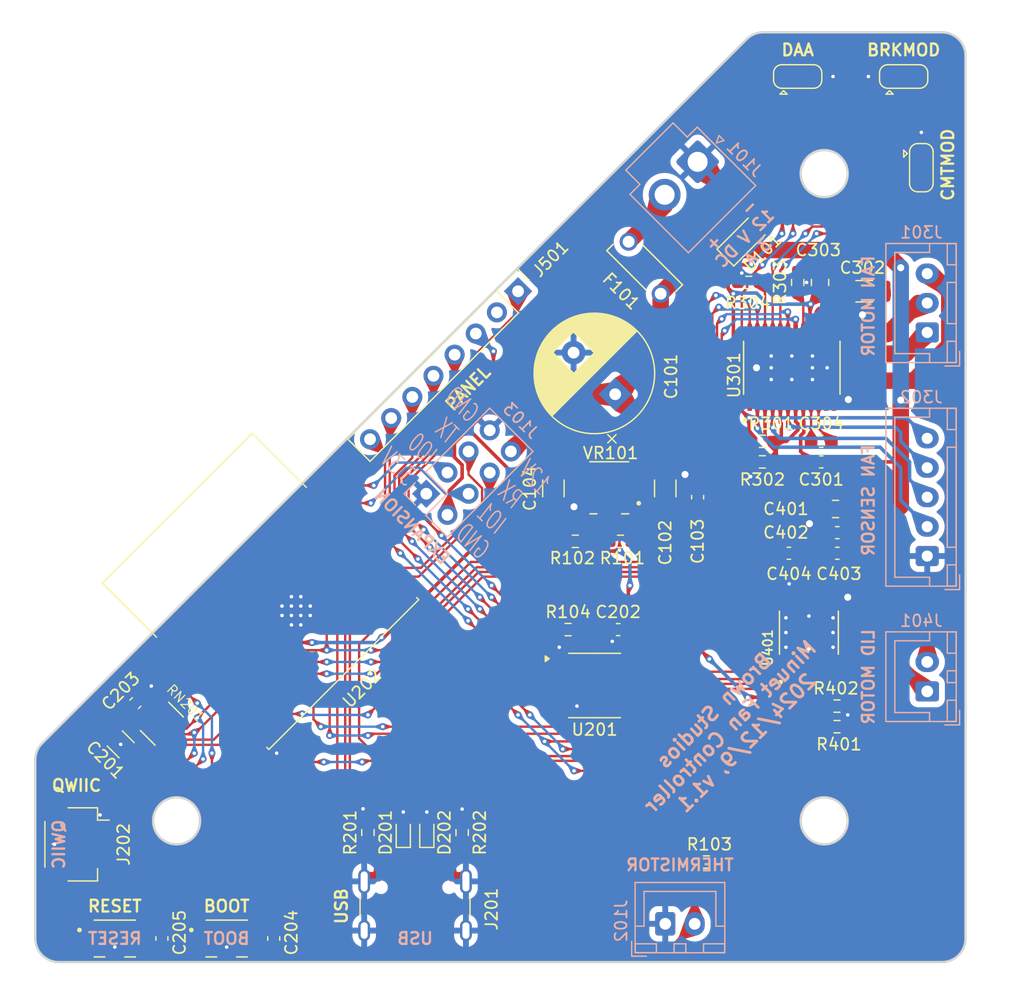
<source format=kicad_pcb>
(kicad_pcb (version 20240108) (generator "pcbnew") (generator_version "8.0")
  (layers (0 "F.Cu" signal) (31 "B.Cu" signal) (34 "B.Paste" user) (35 "F.Paste" user) (36 "B.SilkS" user "B.Silkscreen") (37 "F.SilkS" user "F.Silkscreen") (38 "B.Mask" user) (39 "F.Mask" user) (44 "Edge.Cuts" user))
  (net 0 "")
  (net 1 "GND")
  (net 2 "+12V")
  (net 3 "+3.3V")
  (net 4 "CHIP_EN")
  (net 5 "USB_D-")
  (net 6 "USB_D+")
  (net 7 "/lid/VCP")
  (net 8 "/lid/CPL")
  (net 9 "/lid/CPH")
  (net 10 "SCL")
  (net 11 "SDA")
  (net 12 "IO9_STRAP")
  (net 13 "XIO5")
  (net 14 "IO1")
  (net 15 "IO0")
  (net 16 "UART_RXD")
  (net 17 "IO3")
  (net 18 "IO10")
  (net 19 "UART_TXD")
  (net 20 "IO4")
  (net 21 "IO5")
  (net 22 "/fan/VCP")
  (net 23 "/fan/VINT")
  (net 24 "/fan/CPP")
  (net 25 "/fan/CPN")
  (net 26 "/core/CC1")
  (net 27 "/core/CC2")
  (net 28 "/lid/OUT1")
  (net 29 "/lid/OUT2")
  (net 30 "/fan/W_HALL")
  (net 31 "/fan/U_HALL")
  (net 32 "/fan/V_HALL")
  (net 33 "/fan/BRKMOD")
  (net 34 "/fan/DAA")
  (net 35 "/fan/CMTMOD")
  (net 36 "/fan/RETRY")
  (net 37 "/lid/IMODE")
  (net 38 "/lid/IPROPI")
  (net 39 "/fan/VINT{slash}2")
  (net 40 "/fan/CS")
  (net 41 "XIO7")
  (net 42 "/keypad/LED_AUTO")
  (net 43 "XIO4")
  (net 44 "/keypad/LED_RAIN")
  (net 45 "XIO3")
  (net 46 "XIO6")
  (net 47 "XIO2")
  (net 48 "IO2_STRAP")
  (net 49 "IO8_STRAP")
  (net 50 "XIO1")
  (net 51 "XIO0")
  (net 52 "/TH")
  (net 53 "/fan/U")
  (net 54 "/fan/W")
  (net 55 "/fan/V")
  (net 56 "/lid/VM")
  (net 58 "/EN")
  (net 59 "/12V_IN")
  (footprint "Capacitor_SMD:C_1206_3216Metric_Pad1.33x1.80mm_HandSolder" (layer "F.Cu") (at 77 71.75 -90)
    (property "Reference" "C104")
    (property "Value" "22u")
  )
  (footprint "Diode_SMD:D_SMF" (layer "F.Cu") (at 93.275305 50.474695 45)
    (property "Reference" "D101")
    (property "Value" "SMF16A-E3-08")
  )
  (footprint "Capacitor_SMD:C_1206_3216Metric_Pad1.33x1.80mm_HandSolder" (layer "F.Cu") (at 86.5 71.75 90)
    (property "Reference" "C102")
    (property "Value" "10u")
  )
  (footprint "746X:RESCAXS64P320X160X70-10N" (layer "F.Cu") (at 43.75 91.75 135)
    (property "Reference" "RN201")
    (property "Value" "746X101103JP")
  )
  (footprint "TPSM861253RDXR:VREG_TPSM861253RDXR" (layer "F.Cu") (at 81.75 71.6625 180)
    (property "Reference" "VR101")
    (property "Value" "TPSM861253RDXR")
  )
  (footprint "Diode_SMD:D_SOD-523" (layer "F.Cu") (at 66.25 101 90)
    (property "Reference" "D202")
    (property "Value" "TPD1E10B06DYAR")
  )
  (footprint "Capacitor_THT:CP_Radial_D10.0mm_P5.00mm" (layer "F.Cu") (at 82.25 63.75 135)
    (property "Reference" "C101")
    (property "Value" "680u")
  )
  (footprint "DRV8876PWPR:IC_DRV8876PWPR" (layer "F.Cu") (at 98.7 84.0125 90)
    (property "Reference" "U401")
    (property "Value" "DRV8876PWPR")
  )
  (footprint "Jumper:SolderJumper-3_P1.3mm_Bridged12_RoundedPad1.0x1.5mm" (layer "F.Cu") (at 108.25 44.5 -90)
    (property "Reference" "JP303" (hide yes))
    (property "Value" "SolderJumper_3_Bridged12")
  )
  (footprint "Capacitor_SMD:C_0603_1608Metric_Pad1.08x0.95mm_HandSolder" (layer "F.Cu") (at 101.1125 77.2625 180)
    (property "Reference" "C403")
    (property "Value" "100n")
  )
  (footprint "Connector_JST:JST_SH_SM04B-SRSS-TB_1x04-1MP_P1.00mm_Horizontal" (layer "F.Cu") (at 36.5 102 -90)
    (property "Reference" "J202")
    (property "Value" "SM04B-SRSS-TB")
  )
  (footprint "Capacitor_SMD:C_0603_1608Metric_Pad1.08x0.95mm_HandSolder" (layer "F.Cu") (at 41.5 90 -135)
    (property "Reference" "C203")
    (property "Value" "100n")
  )
  (footprint "Capacitor_SMD:C_0603_1608Metric_Pad1.08x0.95mm_HandSolder" (layer "F.Cu") (at 43.75 110 -90)
    (property "Reference" "C205")
    (property "Value" "1u")
  )
  (footprint "Capacitor_SMD:C_0805_2012Metric_Pad1.18x1.45mm_HandSolder" (layer "F.Cu") (at 99.65 54.25 -90)
    (property "Reference" "C303")
    (property "Value" "2.2u")
  )
  (footprint "PCM_Espressif:ESP32-C3-WROOM-02" (layer "F.Cu") (at 54.25 82.621321 45)
    (property "Reference" "U202")
    (property "Value" "ESP32-C3-WROOM-02")
  )
  (footprint "Capacitor_SMD:C_0603_1608Metric_Pad1.08x0.95mm_HandSolder" (layer "F.Cu") (at 82.5 83.75 180)
    (property "Reference" "C202")
    (property "Value" "100n")
  )
  (footprint "Jumper:SolderJumper-3_P1.3mm_Bridged12_RoundedPad1.0x1.5mm" (layer "F.Cu") (at 106.75 36.75)
    (property "Reference" "JP301" (hide yes))
    (property "Value" "SolderJumper_3_Bridged12")
  )
  (footprint "Resistor_SMD:R_0603_1608Metric_Pad0.98x0.95mm_HandSolder" (layer "F.Cu") (at 61.25 101 -90)
    (property "Reference" "R201")
    (property "Value" "5.1K")
  )
  (footprint "Capacitor_SMD:C_0603_1608Metric_Pad1.08x0.95mm_HandSolder" (layer "F.Cu") (at 101.1125 75.5125 180)
    (property "Reference" "C402")
    (property "Value" "100n")
  )
  (footprint "Capacitor_SMD:C_0603_1608Metric_Pad1.08x0.95mm_HandSolder" (layer "F.Cu") (at 99.75 67.75)
    (property "Reference" "C304")
    (property "Value" "100n")
  )
  (footprint "Resistor_SMD:R_0603_1608Metric_Pad0.98x0.95mm_HandSolder" (layer "F.Cu") (at 94.75 69.5 180)
    (property "Reference" "R302")
    (property "Value" "10K")
  )
  (footprint "EVQ-P7A01P:SW_EVQ-P7A01P" (layer "F.Cu") (at 49.25 110)
    (property "Reference" "SW201" (hide yes))
    (property "Value" "EVQ-P7A01P")
  )
  (footprint "Resistor_SMD:R_0603_1608Metric_Pad0.98x0.95mm_HandSolder" (layer "F.Cu") (at 94.75 67.75)
    (property "Reference" "R301")
    (property "Value" "10K")
  )
  (footprint "Capacitor_SMD:C_0805_2012Metric_Pad1.18x1.45mm_HandSolder" (layer "F.Cu") (at 100.9625 73.5)
    (property "Reference" "C401")
    (property "Value" "2.2u")
  )
  (footprint "Package_SO:TSSOP-16_4.4x5mm_P0.65mm" (layer "F.Cu") (at 80.5 88.5)
    (property "Reference" "U201")
    (property "Value" "TCA9554PWR")
  )
  (footprint "Capacitor_SMD:C_0603_1608Metric_Pad1.08x0.95mm_HandSolder" (layer "F.Cu") (at 89.25 72.5 90)
    (property "Reference" "C103")
    (property "Value" "100n")
  )
  (footprint "RGEF300K-2:FUSRR505W81L660T250H1360" (layer "F.Cu") (at 84.75 53 -45)
    (property "Reference" "F101")
    (property "Value" "RGEF300K-2")
  )
  (footprint "Capacitor_SMD:C_1206_3216Metric_Pad1.33x1.80mm_HandSolder" (layer "F.Cu") (at 40.25 93.5 135)
    (property "Reference" "C201")
    (property "Value" "10u")
  )
  (footprint "DRV10970PWP:SOP65P640X120-25N" (layer "F.Cu") (at 97.25 61.5 90)
    (property "Reference" "U301")
    (property "Value" "DRV10970PWP")
  )
  (footprint "Resistor_SMD:R_0603_1608Metric_Pad0.98x0.95mm_HandSolder" (layer "F.Cu") (at 82.7 76.25 180)
    (property "Reference" "R101")
    (property "Value" "62K")
  )
  (footprint "Connector_USB:USB_C_Receptacle_GCT_USB4105-xx-A_16P_TopMnt_Horizontal" (layer "F.Cu") (at 65.25 108.25)
    (property "Reference" "J201")
    (property "Value" "USB4105-GF-A")
  )
  (footprint "Capacitor_SMD:C_1206_3216Metric_Pad1.33x1.80mm_HandSolder" (layer "F.Cu") (at 103.4 55)
    (property "Reference" "C302")
    (property "Value" "10u")
  )
  (footprint "Capacitor_SMD:C_0603_1608Metric_Pad1.08x0.95mm_HandSolder" (layer "F.Cu") (at 53.25 110 -90)
    (property "Reference" "C204")
    (property "Value" "10p")
  )
  (footprint "Generic:NetTie-2_SMD_Pad0.3mm" (layer "F.Cu") (at 85.75 111)
    (property "Reference" "NT101" (hide yes))
    (property "Value" "NetTie_2" (hide yes))
  )
  (footprint "Resistor_SMD:R_0603_1608Metric_Pad0.98x0.95mm_HandSolder" (layer "F.Cu") (at 101.0875 90.25 180)
    (property "Reference" "R402")
    (property "Value" "6.8K")
  )
  (footprint "Capacitor_SMD:C_0603_1608Metric_Pad1.08x0.95mm_HandSolder" (layer "F.Cu") (at 99.75 69.5)
    (property "Reference" "C301")
    (property "Value" "1u")
  )
  (footprint "Diode_SMD:D_SOD-523" (layer "F.Cu") (at 64.25 101 90)
    (property "Reference" "D201")
    (property "Value" "TPD1E10B06DYAR")
  )
  (footprint "Jumper:SolderJumper-3_P1.3mm_Open_RoundedPad1.0x1.5mm" (layer "F.Cu") (at 97.75 36.75)
    (property "Reference" "JP302" (hide yes))
    (property "Value" "SolderJumper_3_Open")
  )
  (footprint "Resistor_SMD:R_0603_1608Metric_Pad0.98x0.95mm_HandSolder" (layer "F.Cu") (at 78.25 83.75 180)
    (property "Reference" "R104")
    (property "Value" "10K")
  )
  (footprint "Resistor_SMD:R_0603_1608Metric_Pad0.98x0.95mm_HandSolder" (layer "F.Cu") (at 101.0875 92 180)
    (property "Reference" "R401")
    (property "Value" "62K")
  )
  (footprint "Capacitor_SMD:C_0603_1608Metric_Pad1.08x0.95mm_HandSolder" (layer "F.Cu") (at 97 77.2625 180)
    (property "Reference" "C404")
    (property "Value" "22n")
  )
  (footprint "Resistor_SMD:R_0603_1608Metric_Pad0.98x0.95mm_HandSolder" (layer "F.Cu") (at 90 103.5)
    (property "Reference" "R103")
    (property "Value" "10K")
  )
  (footprint "Generic:NetTie-2_SMD_Pad1.0mm" (layer "F.Cu") (at 104 75.7625 -135)
    (property "Reference" "NT401" (hide yes))
    (property "Value" "NetTie_2" (hide yes))
  )
  (footprint "Connector_PinHeader_2.54mm:PinHeader_1x08_P2.54mm_Vertical" (layer "F.Cu") (at 74 55 -45)
    (property "Reference" "J501")
    (property "Value" "Header")
  )
  (footprint "Resistor_SMD:R_0603_1608Metric_Pad0.98x0.95mm_HandSolder" (layer "F.Cu") (at 69.25 101 90)
    (property "Reference" "R202")
    (property "Value" "5.1K")
  )
  (footprint "Resistor_SMD:R_0603_1608Metric_Pad0.98x0.95mm_HandSolder" (layer "F.Cu") (at 93.5875 54.25)
    (property "Reference" "R304")
    (property "Value" "10K")
  )
  (footprint "Resistor_SMD:R_0603_1608Metric_Pad0.98x0.95mm_HandSolder" (layer "F.Cu") (at 97.75 54.25 -90)
    (property "Reference" "R303")
    (property "Value" "22K")
  )
  (footprint "EVQ-P7A01P:SW_EVQ-P7A01P" (layer "F.Cu") (at 39.75 110)
    (property "Reference" "SW202" (hide yes))
    (property "Value" "EVQ-P7A01P")
  )
  (footprint "Resistor_SMD:R_0603_1608Metric_Pad0.98x0.95mm_HandSolder" (layer "F.Cu") (at 78.8625 76.25 180)
    (property "Reference" "R102")
    (property "Value" "22K")
  )
  (footprint "Connector_JST:JST_VH_B2P-VH-B_1x02_P3.96mm_Vertical" (layer "B.Cu") (at 89.25 44 -135)
    (property "Reference" "J101")
    (property "Value" "VH_B2P-VH-B")
  )
  (footprint "Connector_JST:JST_XH_B5B-XH-A_1x05_P2.50mm_Vertical" (layer "B.Cu") (at 108.75 77.5 90)
    (property "Reference" "J302")
    (property "Value" "B5B-XH-A")
  )
  (footprint "Connector_JST:JST_XH_B2B-XH-A_1x02_P2.50mm_Vertical" (layer "B.Cu") (at 108.75 89 90)
    (property "Reference" "J401")
    (property "Value" "B2B-XH-A")
  )
  (footprint "Connector_PinHeader_2.54mm:PinHeader_2x04_P2.54mm_Vertical" (layer "B.Cu") (at 66.203949 72.203949 -45)
    (property "Reference" "J103")
    (property "Value" "Conn_02x04")
  )
  (footprint "Connector_JST:JST_XH_B3B-XH-A_1x03_P2.50mm_Vertical" (layer "B.Cu") (at 108.75 58.5 90)
    (property "Reference" "J301")
    (property "Value" "B3B-XH-A")
  )
  (footprint "Connector_JST:JST_XH_B2B-XH-A_1x02_P2.50mm_Vertical" (layer "B.Cu") (at 86.5 108.75)
    (property "Reference" "J102")
    (property "Value" "B2B-XH-A_1")
  )
  (gr_line (start 93.4142 33.5858) (end 33.585786 93.414214) (stroke (width 0.2)) (layer "Edge.Cuts"))
  (gr_line (start 100 33) (end 94.819119 33) (stroke (width 0.2)) (layer "Edge.Cuts"))
  (gr_line (start 110 33) (end 100 33) (stroke (width 0.2)) (layer "Edge.Cuts"))
  (gr_arc (start 110 33) (mid 111.414214 33.585786) (end 112 35) (stroke (width 0.2)) (layer "Edge.Cuts"))
  (gr_line (start 112 110) (end 112 35) (stroke (width 0.2)) (layer "Edge.Cuts"))
  (gr_circle (center 45 100) (end 47 100) (stroke (width 0.2)) (fill none) (layer "Edge.Cuts"))
  (gr_arc (start 35 112) (mid 33.585786 111.414214) (end 33 110) (stroke (width 0.2)) (layer "Edge.Cuts"))
  (gr_arc (start 112 110) (mid 111.414214 111.414214) (end 110 112) (stroke (width 0.2)) (layer "Edge.Cuts"))
  (gr_line (start 33 100) (end 33 110) (stroke (width 0.2)) (layer "Edge.Cuts"))
  (gr_arc (start 93.4142 33.5858) (mid 94.063062 33.15225) (end 94.819119 33) (stroke (width 0.2)) (layer "Edge.Cuts"))
  (gr_line (start 33 94.8284) (end 33 100) (stroke (width 0.2)) (layer "Edge.Cuts"))
  (gr_circle (center 100 45) (end 102 45) (stroke (width 0.2)) (fill none) (layer "Edge.Cuts"))
  (gr_arc (start 33 94.8284) (mid 33.152232 94.063055) (end 33.585786 93.414214) (stroke (width 0.2)) (layer "Edge.Cuts"))
  (gr_circle (center 100 100) (end 102 100) (stroke (width 0.2)) (fill none) (layer "Edge.Cuts"))
  (gr_line (start 35 112) (end 110 112) (stroke (width 0.2)) (layer "Edge.Cuts"))
  (gr_text "Brown Studios\nMinuet Fan Controller\n2024/12/9, v1.1" (at 92 92 45) (layer "B.SilkS") (effects (font (size 1.2 1.2) (thickness 0.24) (bold yes)) (justify mirror)))
  (gr_text "12V\nRX\nIO1\nGND" (at 71.75 72.5 315) (layer "B.SilkS") (effects (font (size 1.57 1) (thickness 0.125) (italic yes)) (justify right mirror)))
  (gr_text "THERMISTOR" (at 87.75 103.75 0) (layer "B.SilkS") (effects (font (size 1 1) (thickness 0.2) (bold yes)) (justify mirror)))
  (gr_text "LID MOTOR" (at 103.75 87.75 90) (layer "B.SilkS") (effects (font (size 1 1) (thickness 0.2) (bold yes)) (justify mirror)))
  (gr_text "-    +\n12 V DC\n3 A" (at 93.25 50.5 45) (layer "B.SilkS") (effects (font (size 1 1) (thickness 0.2) (bold yes)) (justify mirror)))
  (gr_text "QWIIC" (at 35 102 90) (layer "B.SilkS") (effects (font (size 1 1) (thickness 0.2) (bold yes)) (justify mirror)))
  (gr_text "BOOT" (at 49.25 110 0) (layer "B.SilkS") (effects (font (size 1 1) (thickness 0.2) (bold yes)) (justify mirror)))
  (gr_text "USB" (at 65.25 110 0) (layer "B.SilkS") (effects (font (size 1 1) (thickness 0.2) (bold yes)) (justify mirror)))
  (gr_text "EXPANSION" (at 65 75 -45) (layer "B.SilkS") (effects (font (size 1 1) (thickness 0.2) (bold yes)) (justify mirror)))
  (gr_text "RESET" (at 39.75 110 0) (layer "B.SilkS") (effects (font (size 1 1) (thickness 0.2) (bold yes)) (justify mirror)))
  (gr_text "FAN SENSOR" (at 103.75 72.75 90) (layer "B.SilkS") (effects (font (size 1 1) (thickness 0.2) (bold yes)) (justify mirror)))
  (gr_text "FAN MOTOR" (at 103.75 56.25 90) (layer "B.SilkS") (effects (font (size 1 1) (thickness 0.2) (bold yes)) (justify mirror)))
  (gr_text "GND\nTX\nIO0\n3.3V" (at 67.75 68.5 315) (layer "B.SilkS") (effects (font (size 1.57 1) (thickness 0.125) (italic yes)) (justify left mirror)))
  (gr_text "PANEL" (at 69.75 63.25 45) (layer "F.SilkS") (effects (font (size 1 1) (thickness 0.2) (bold yes))))
  (gr_text "DAA" (at 97.75 34.5 0) (layer "F.SilkS") (effects (font (size 1 1) (thickness 0.2) (bold yes))))
  (gr_text "BOOT" (at 49.25 107.25 0) (layer "F.SilkS") (effects (font (size 1 1) (thickness 0.2) (bold yes))))
  (gr_text "RESET" (at 39.75 107.25 0) (layer "F.SilkS") (effects (font (size 1 1) (thickness 0.2) (bold yes))))
  (gr_text "QWIIC" (at 36.5 97 0) (layer "F.SilkS") (effects (font (size 1 1) (thickness 0.2) (bold yes))))
  (gr_text "CMTMOD" (at 110.5 44.25 90) (layer "F.SilkS") (effects (font (size 1 1) (thickness 0.2) (bold yes))))
  (gr_text "BRKMOD" (at 106.75 34.5 0) (layer "F.SilkS") (effects (font (size 1 1) (thickness 0.2) (bold yes))))
  (gr_text "USB" (at 59 107.25 90) (layer "F.SilkS") (effects (font (size 1 1) (thickness 0.2) (bold yes))))
  (segment (start 53.965345 82.534655) (end 54.740345 83.309655) (width 0.3) (layer "F.Cu") (net 1))
  (segment (start 52.376167 93.126167) (end 53.5 94.25) (width 0.3) (layer "F.Cu") (net 1))
  (segment (start 69.25 100.0875) (end 69.25 99) (width 0.3) (layer "F.Cu") (net 1))
  (segment (start 99 61.5) (end 100.25 61.5) (width 0.5) (layer "F.Cu") (net 1))
  (segment (start 102 91) (end 102 90.25) (width 0.3) (layer "F.Cu") (net 1))
  (segment (start 96.425 80.4625) (end 97.025 79.8625) (width 0.3) (layer "F.Cu") (net 1))
  (segment (start 77.6375 90.775) (end 78.475 90.775) (width 0.3) (layer "F.Cu") (net 1))
  (segment (start 92.675 54.25) (end 92.675 53.725) (width 0.3) (layer "F.Cu") (net 1))
  (segment (start 49.25 110.725) (end 51.05 110.725) (width 0.3) (layer "F.Cu") (net 1))
  (segment (start 93.8375 69.5) (end 93.8375 70.6625) (width 0.3) (layer "F.Cu") (net 1))
  (segment (start 42.851586 88.648414) (end 42.851586 88.545381) (width 0.3) (layer "F.Cu") (net 1))
  (segment (start 81.6375 84.3875) (end 82 84.75) (width 0.3) (layer "F.Cu") (net 1))
  (segment (start 68.995 104.57) (end 69.57 105.145) (width 0.3) (layer "F.Cu") (net 1))
  (segment (start 80.075 73.3125) (end 80.24 73.1475) (width 1.4) (layer "F.Cu") (net 1))
  (segment (start 34.625 102) (end 34.625 104.8) (width 0.3) (layer "F.Cu") (net 1))
  (segment (start 98.75 53.3375) (end 98.75 54) (width 0.3) (layer "F.Cu") (net 1))
  (segment (start 77.6375 86.225) (end 77.6375 85.3875) (width 0.3) (layer "F.Cu") (net 1))
  (segment (start 78.75 73.3125) (end 80.075 73.3125) (width 1.4) (layer "F.Cu") (net 1))
  (segment (start 104.9625 55) (end 104.9625 55.2875) (width 1.4) (layer "F.Cu") (net 1))
  (segment (start 42.10988 89.39012) (end 42.851586 88.648414) (width 0.3) (layer "F.Cu") (net 1))
  (segment (start 55.545979 81.004021) (end 56.320979 81.779021) (width 0.3) (layer "F.Cu") (net 1))
  (segment (start 66.25 100.3) (end 66.25 99.25) (width 0.3) (layer "F.Cu") (net 1))
  (segment (start 55.52561 83.32561) (end 55.140955 83.710265) (width 0.3) (layer "F.Cu") (net 1))
  (segment (start 101.35 64.2) (end 101.325 64.225) (width 1.4) (layer "F.Cu") (net 1))
  (segment (start 51.05 110.725) (end 53.112499 110.725) (width 0.3) (layer "F.Cu") (net 1))
  (segment (start 94.30061 49.44939) (end 94.30061 49.05061) (width 1.4) (layer "F.Cu") (net 1))
  (segment (start 101.325 64.225) (end 101.325 64.325) (width 1.4) (layer "F.Cu") (net 1))
  (segment (start 99.05 36.75) (end 100.75 36.75) (width 0.3) (layer "F.Cu") (net 1))
  (segment (start 61.25 100.0875) (end 61.25 99.395786) (width 0.3) (layer "F.Cu") (net 1))
  (segment (start 54.363137 82.932448) (end 54.747792 82.547793) (width 0.3) (layer "F.Cu") (net 1))
  (segment (start 97.75 53.3375) (end 98.75 53.3375) (width 0.3) (layer "F.Cu") (net 1))
  (segment (start 47.45 110.725) (end 49.25 110.725) (width 0.3) (layer "F.Cu") (net 1))
  (segment (start 81.6375 83.75) (end 81.6375 84.3875) (width 0.3) (layer "F.Cu") (net 1))
  (segment (start 92.95 53.45) (end 93 53.45) (width 0.3) (layer "F.Cu") (net 1))
  (segment (start 54.747792 82.547793) (end 54.747792 82.547792) (width 0.3) (layer "F.Cu") (net 1))
  (segment (start 108.25 43.2) (end 108.25 41.5) (width 0.3) (layer "F.Cu") (net 1))
  (segment (start 96.425 81.1125) (end 96.425 80.4625) (width 0.3) (layer "F.Cu") (net 1))
  (segment (start 56.320979 81.779021) (end 56.696589 82.154631) (width 0.3) (layer "F.Cu") (net 1))
  (segment (start 53.58532 82.154631) (end 53.969975 81.769976) (width 0.3) (layer "F.Cu") (net 1))
  (segment (start 62.05 104.57) (end 61.505 104.57) (width 0.3) (layer "F.Cu") (net 1))
  (segment (start 61.25 99.395786) (end 60.832426 98.978212) (width 0.3) (layer "F.Cu") (net 1))
  (segment (start 61.505 104.57) (end 60.93 105.145) (width 0.3) (layer "F.Cu") (net 1))
  (segment (start 102.05 64.2) (end 101.35 64.2) (width 1.4) (layer "F.Cu") (net 1))
  (segment (start 100.25 75.5125) (end 100.25 74.75) (width 1) (layer "F.Cu") (net 1))
  (segment (start 68.45 104.57) (end 68.995 104.57) (width 0.3) (layer "F.Cu") (net 1))
  (segment (start 39.75 110.725) (end 41.55 110.725) (width 0.3) (layer "F.Cu") (net 1))
  (segment (start 38.5 100.5) (end 38.5 99.5) (width 0.3) (layer "F.Cu") (net 1))
  (segment (start 54.744975 80.994975) (end 54.744976 80.994975) (width 0.3) (layer "F.Cu") (net 1))
  (segment (start 54.747792 82.547792) (end 54.747793 82.547792) (width 0.3) (layer "F.Cu") (net 1))
  (segment (start 102 92) (end 102 91) (width 0.3) (layer "F.Cu") (net 1))
  (segment (start 98.75 53.3375) (end 99.525 53.3375) (width 0.3) (layer "F.Cu") (net 1))
  (segment (start 56.30061 82.55061) (end 55.52561 83.32561) (width 0.3) (layer "F.Cu") (net 1))
  (segment (start 54.744976 80.994975) (end 55.140955 80.598996) (width 0.3) (layer "F.Cu") (net 1))
  (segment (start 55.522792 81.772793) (end 55.522792 81.772792) (width 0.3) (layer "F.Cu") (net 1))
  (segment (start 102 81) (end 101.25 81) (width 1) (layer "F.Cu") (net 1))
  (segment (start 88.18125 70.56875) (end 89.25 71.6375) (width 1.4) (layer "F.Cu") (net 1))
  (segment (start 98.75 54) (end 98.5 54.25) (width 0.3) (layer "F.Cu") (net 1))
  (segment (start 87.8 70.1875) (end 88.18125 70.56875) (width 1.4) (layer "F.Cu") (net 1))
  (segment (start 53.969975 81.769976) (end 53.969976 81.769976) (width 0.3) (layer "F.Cu") (net 1))
  (segment (start 56.696589 82.154631) (end 56.30061 82.55061) (width 0.3) (layer "F.Cu") (net 1))
  (segment (start 95.5 61.5) (end 94.25 61.5) (width 1.4) (layer "F.Cu") (net 1))
  (segment (start 53.969976 81.769976) (end 53.969976 81.769975) (width 0.3) (layer "F.Cu") (net 1))
  (segment (start 55.482807 82.567193) (end 55.883417 82.967803) (width 0.3) (layer "F.Cu") (net 1))
  (segment (start 104.9625 55.2875) (end 103.25 57) (width 1.4) (layer "F.Cu") (net 1))
  (segment (start 54.732807 81.817193) (end 55.482807 82.567193) (width 0.3) (layer "F.Cu") (net 1))
  (segment (start 78 73.3125) (end 78.75 73.3125) (width 1.4) (layer "F.Cu") (net 1))
  (segment (start 94.30061 49.05061) (end 89.25 44) (width 1.4) (layer "F.Cu") (net 1))
  (segment (start 77.6375 86.875) (end 77.6375 86.225) (width 0.3) (layer "F.Cu") (net 1))
  (segment (start 99.75 74.75) (end 100.25 74.75) (width 1) (layer "F.Cu") (net 1))
  (segment (start 41.354854 94.604854) (end 40.25 93.5) (width 0.3) (layer "F.Cu") (net 1))
  (segment (start 78.475 90.775) (end 79 90.25) (width 0.3) (layer "F.Cu") (net 1))
  (segment (start 99.925 73.5) (end 99.925 74.575) (width 1) (layer "F.Cu") (net 1))
  (segment (start 55.140955 80.598997) (end 55.545979 81.004021) (width 0.3) (layer "F.Cu") (net 1))
  (segment (start 105.45 36.75) (end 103.75 36.75) (width 0.3) (layer "F.Cu") (net 1))
  (segment (start 77.6375 85.3875) (end 77.5 85.25) (width 0.3) (layer "F.Cu") (net 1))
  (segment (start 64.25 100.3) (end 64.25 99.25) (width 0.3) (layer "F.Cu") (net 1))
  (segment (start 55.522793 81.772792) (end 55.918772 81.376813) (width 0.3) (layer "F.Cu") (net 1))
  (segment (start 34.625 99.2) (end 34.625 102) (width 0.3) (layer "F.Cu") (net 1))
  (segment (start 54.327782 81.412168) (end 54.732807 81.817193) (width 0.3) (layer "F.Cu") (net 1))
  (segment (start 86.5 70.1875) (end 87.8 70.1875) (width 1.4) (layer "F.Cu") (net 1))
  (segment (start 37.95 110.725) (end 39.75 110.725) (width 0.3) (layer "F.Cu") (net 1))
  (segment (start 54.747793 82.547792) (end 55.522792 81.772793) (width 0.3) (layer "F.Cu") (net 1))
  (segment (start 77.6375 87.525) (end 77.6375 86.875) (width 0.3) (layer "F.Cu") (net 1))
  (segment (start 93.8375 70.6625) (end 93.75 70.75) (width 0.3) (layer "F.Cu") (net 1))
  (segment (start 53.585321 82.154631) (end 53.965345 82.534655) (width 0.3) (layer "F.Cu") (net 1))
  (segment (start 97.075 81.1125) (end 97.075 79.9125) (width 0.3) (layer "F.Cu") (net 1))
  (segment (start 101.25 81) (end 101.25 81.1125) (width 1) (layer "F.Cu") (net 1))
  (segment (start 55.522792 81.772792) (end 55.522793 81.772792) (width 0.3) (layer "F.Cu") (net 1))
  (segment (start 41.55 110.725) (end 43.612499 110.725) (width 0.3) (layer "F.Cu") (net 1))
  (segment (start 77.95 76.25) (end 77.95 73.3625) (width 0.3) (layer "F.Cu") (net 1))
  (segment (start 54.740345 83.309655) (end 55.140955 83.710265) (width 0.3) (layer "F.Cu") (net 1))
  (segment (start 77.95 73.3625) (end 78 73.3125) (width 0.3) (layer "F.Cu") (net 1))
  (segment (start 92.675 53.725) (end 92.95 53.45) (width 0.3) (layer "F.Cu") (net 1))
  (segment (start 77 73.3125) (end 78 73.3125) (width 1.4) (layer "F.Cu") (net 1))
  (segment (start 97.075 79.9125) (end 97.025 79.8625) (width 0.3) (layer "F.Cu") (net 1))
  (segment (start 99.925 74.575) (end 99.75 74.75) (width 1) (layer "F.Cu") (net 1))
  (segment (start 53.969976 81.769975) (end 54.744975 80.994976) (width 0.3) (layer "F.Cu") (net 1))
  (segment (start 54.744975 80.994976) (end 54.744975 80.994975) (width 0.3) (layer "F.Cu") (net 1))
  (segment (start 98.75 74.75) (end 99.75 74.75) (width 1) (layer "F.Cu") (net 1))
  (segment (start 96.25 61.5) (end 95.5 61.5) (width 1.4) (layer "F.Cu") (net 1))
  (via (at 99 62.5) (size 0.5) (drill 0.3) (layers "F.Cu" "B.Cu") (net 1))
  (via (at 100.75 84) (size 0.5) (drill 0.3) (layers "F.Cu" "B.Cu") (net 1))
  (via (at 96.75 85.25) (size 0.5) (drill 0.3) (layers "F.Cu" "B.Cu") (net 1))
  (via (at 100.25 61.5) (size 0.5) (drill 0.3) (layers "F.Cu" "B.Cu") (net 1))
  (via (at 94.25 61.5) (size 1) (drill 0.6) (layers "F.Cu" "B.Cu") (net 1))
  (via (at 100.75 36.75) (size 0.6) (drill 0.3) (layers "F.Cu" "B.Cu") (net 1))
  (via (at 96.75 84) (size 0.5) (drill 0.3) (layers "F.Cu" "B.Cu") (net 1))
  (via (at 102 81) (size 1) (drill 0.6) (layers "F.Cu" "B.Cu") (net 1))
  (via (at 53.95 82.55) (size 0.5) (drill 0.3) (layers "F.Cu" "B.Cu") (net 1))
  (via (at 102.05 64.2) (size 1.4) (drill 0.6) (layers "F.Cu" "B.Cu") (net 1))
  (via (at 95.5 62.5) (size 0.5) (drill 0.3) (layers "F.Cu" "B.Cu") (net 1))
  (via (at 95.5 61.5) (size 0.5) (drill 0.3) (layers "F.Cu" "B.Cu") (net 1))
  (via (at 99 60.5) (size 0.5) (drill 0.3) (layers "F.Cu" "B.Cu") (net 1))
  (via (at 99 61.5) (size 0.5) (drill 0.3) (layers "F.Cu" "B.Cu") (net 1))
  (via (at 77.5 85.25) (size 0.6) (drill 0.3) (layers "F.Cu" "B.Cu") (net 1))
  (via (at 53.5 94.25) (size 0.6) (drill 0.3) (layers "F.Cu" "B.Cu") (net 1))
  (via (at 42.851586 88.545381) (size 0.6) (drill 0.3) (layers "F.Cu" "B.Cu") (net 1))
  (via (at 82 84.75) (size 0.6) (drill 0.3) (layers "F.Cu" "B.Cu") (net 1))
  (via (at 96.75 82.75) (size 0.5) (drill 0.3) (layers "F.Cu" "B.Cu") (net 1))
  (via (at 78.75 73.3125) (size 1.4) (drill 0.6) (layers "F.Cu" "B.Cu") (net 1))
  (via (at 102 91) (size 0.6) (drill 0.3) (layers "F.Cu" "B.Cu") (net 1))
  (via (at 55.55 80.95) (size 0.5) (drill 0.3) (layers "F.Cu" "B.Cu") (net 1))
  (via (at 55.55 82.55) (size 0.5) (drill 0.3) (layers "F.Cu" "B.Cu") (net 1))
  (via (at 54.75 81.75) (size 0.5) (drill 0.3) (layers "F.Cu" "B.Cu") (net 1))
  (via (at 56.35 82.55) (size 0.5) (drill 0.3) (layers "F.Cu" "B.Cu") (net 1))
  (via (at 93.75 70.75) (size 0.6) (drill 0.3) (layers "F.Cu" "B.Cu") (net 1))
  (via (at 103.25 57) (size 1.4) (drill 0.6) (layers "F.Cu" "B.Cu") (net 1))
  (via (at 55.55 81.75) (size 0.5) (drill 0.3) (layers "F.Cu" "B.Cu") (net 1))
  (via (at 100.75 82.75) (size 0.5) (drill 0.3) (layers "F.Cu" "B.Cu") (net 1))
  (via (at 88.18125 70.56875) (size 1.4) (drill 0.6) (layers "F.Cu" "B.Cu") (net 1))
  (via (at 54.75 83.35) (size 0.5) (drill 0.3) (layers "F.Cu" "B.Cu") (net 1))
  (via (at 54.75 82.55) (size 0.5) (drill 0.3) (layers "F.Cu" "B.Cu") (net 1))
  (via (at 60.832426 98.978212) (size 0.6) (drill 0.3) (layers "F.Cu" "B.Cu") (net 1))
  (via (at 98.5 54.25) (size 0.6) (drill 0.3) (layers "F.Cu" "B.Cu") (net 1))
  (via (at 95.5 60.5) (size 0.5) (drill 0.3) (layers "F.Cu" "B.Cu") (net 1))
  (via (at 100.75 85.25) (size 0.5) (drill 0.3) (layers "F.Cu" "B.Cu") (net 1))
  (via (at 40.25 93.5) (size 0.6) (drill 0.3) (layers "F.Cu" "B.Cu") (net 1))
  (via (at 103.75 36.75) (size 0.6) (drill 0.3) (layers "F.Cu" "B.Cu") (net 1))
  (via (at 56.35 81.75) (size 0.5) (drill 0.3) (layers "F.Cu" "B.Cu") (net 1))
  (via (at 54.75 80.95) (size 0.5) (drill 0.3) (layers "F.Cu" "B.Cu") (net 1))
  (via (at 69.25 99) (size 0.6) (drill 0.3) (layers "F.Cu" "B.Cu") (net 1))
  (via (at 93 53.45) (size 0.6) (drill 0.3) (layers "F.Cu" "B.Cu") (net 1))
  (via (at 97.025 79.8625) (size 0.6) (drill 0.3) (layers "F.Cu" "B.Cu") (net 1))
  (via (at 97.25 62.5) (size 0.5) (drill 0.3) (layers "F.Cu" "B.Cu") (net 1))
  (via (at 38.5 99.5) (size 0.6) (drill 0.3) (layers "F.Cu" "B.Cu") (net 1))
  (via (at 55.55 83.35) (size 0.5) (drill 0.3) (layers "F.Cu" "B.Cu") (net 1))
  (via (at 39.75 110.725) (size 0.6) (drill 0.3) (layers "F.Cu" "B.Cu") (net 1))
  (via (at 66.25 99.25) (size 0.6) (drill 0.3) (layers "F.Cu" "B.Cu") (net 1))
  (via (at 98.75 74.75) (size 1) (drill 0.6) (layers "F.Cu" "B.Cu") (net 1))
  (via (at 49.25 110.725) (size 0.6) (drill 0.3) (layers "F.Cu" "B.Cu") (net 1))
  (via (at 108.25 41.5) (size 0.6) (drill 0.3) (layers "F.Cu" "B.Cu") (net 1))
  (via (at 79 90.25) (size 0.6) (drill 0.3) (layers "F.Cu" "B.Cu") (net 1))
  (via (at 98.7 85.4) (size 0.5) (drill 0.3) (layers "F.Cu" "B.Cu") (net 1))
  (via (at 64.25 99.25) (size 0.6) (drill 0.3) (layers "F.Cu" "B.Cu") (net 1))
  (via (at 53.95 81.75) (size 0.5) (drill 0.3) (layers "F.Cu" "B.Cu") (net 1))
  (via (at 97.25 60.5) (size 0.5) (drill 0.3) (layers "F.Cu" "B.Cu") (net 1))
  (via (at 34.625 102) (size 0.6) (drill 0.3) (layers "F.Cu" "B.Cu") (net 1))
  (via (at 98.7 82.6) (size 0.5) (drill 0.3) (layers "F.Cu" "B.Cu") (net 1))
  (segment (start 78.250001 63.75) (end 73.388154 68.611847) (width 1.4) (layer "F.Cu") (net 2))
  (segment (start 106.5 69.5) (end 106.5 73.2625) (width 1.4) (layer "F.Cu") (net 2))
  (segment (start 99.525 58.62) (end 99.525 57.265) (width 0.5) (layer "F.Cu") (net 2))
  (segment (start 100.280112 56.94) (end 99.85 56.94) (width 1.4) (layer "F.Cu") (net 2))
  (segment (start 101.8375 51.5125) (end 101.85 51.5) (width 1.4) (layer "F.Cu") (net 2))
  (segment (start 100.6125 69.5) (end 106.5 69.5) (width 0.3) (layer "F.Cu") (net 2))
  (segment (start 82.25 63.75) (end 78.250001 63.75) (width 1.4) (layer "F.Cu") (net 2))
  (segment (start 101.8375 55.9) (end 100.7975 56.94) (width 1.4) (layer "F.Cu") (net 2))
  (segment (start 105 51.5) (end 106.5 53) (width 1.4) (layer "F.Cu") (net 2))
  (segment (start 86.111181 59.888819) (end 82.25 63.75) (width 1.4) (layer "F.Cu") (net 2))
  (segment (start 89.2 73.3125) (end 89.25 73.3625) (width 1.4) (layer "F.Cu") (net 2))
  (segment (start 104.494975 75.267525) (end 106.5 73.2625) (width 1.4) (layer "F.Cu") (net 2))
  (segment (start 84.7 72.323364) (end 83.970864 73.0525) (width 1.4) (layer "F.Cu") (net 2))
  (segment (start 101.8375 55) (end 101.8375 55.9) (width 1.4) (layer "F.Cu") (net 2))
  (segment (start 82.25 63.75) (end 84.7 66.2) (width 1.4) (layer "F.Cu") (net 2))
  (segment (start 84.230864 73.3125) (end 86.5 73.3125) (width 1.4) (layer "F.Cu") (net 2))
  (segment (start 100.7975 56.94) (end 100.280112 56.94) (width 1.4) (layer "F.Cu") (net 2))
  (segment (start 86.111181 55.209709) (end 86.111181 59.888819) (width 1.4) (layer "F.Cu") (net 2))
  (segment (start 92.25 51.5) (end 89.82089 51.5) (width 1.4) (layer "F.Cu") (net 2))
  (segment (start 83.970864 73.0525) (end 84.230864 73.3125) (width 1.4) (layer "F.Cu") (net 2))
  (segment (start 101.8375 55) (end 101.8375 51.5125) (width 1.4) (layer "F.Cu") (net 2))
  (segment (start 86.5 73.3125) (end 89.2 73.3125) (width 1.4) (layer "F.Cu") (net 2))
  (segment (start 83.6125 76) (end 83.1125 75.5) (width 0.2) (layer "F.Cu") (net 2))
  (segment (start 89.82089 51.5) (end 86.111181 55.209709) (width 1.4) (layer "F.Cu") (net 2))
  (segment (start 101.85 51.5) (end 105 51.5) (width 1.4) (layer "F.Cu") (net 2))
  (segment (start 84.7 66.2) (end 84.7 72.323364) (width 1.4) (layer "F.Cu") (net 2))
  (segment (start 106.5 64.25) (end 106.5 69.5) (width 1.4) (layer "F.Cu") (net 2))
  (segment (start 83.1125 75.5) (end 83.1125 73) (width 0.2) (layer "F.Cu") (net 2))
  (segment (start 99.525 57.265) (end 99.85 56.94) (width 0.5) (layer "F.Cu") (net 2))
  (segment (start 92.25 51.5) (end 101.85 51.5) (width 1.4) (layer "F.Cu") (net 2))
  (via (at 106.5 64.25) (size 1.4) (drill 0.6) (layers "F.Cu" "B.Cu") (net 2))
  (via (at 106.5 53) (size 1.4) (drill 0.6) (layers "F.Cu" "B.Cu") (net 2))
  (segment (start 106.5 53) (end 106.5 64.25) (width 1.4) (layer "B.Cu") (net 2))
  (segment (start 48.35 84.85) (end 56.5 84.85) (width 0.3) (layer "F.Cu") (net 3))
  (segment (start 82.6125 77) (end 82.5375 77.075) (width 0.3) (layer "F.Cu") (net 3))
  (segment (start 76.8125 70.1875) (end 73.5 73.5) (width 0.3) (layer "F.Cu") (net 3))
  (segment (start 83.3625 83.75) (end 83.3625 86.225) (width 0.3) (layer "F.Cu") (net 3))
  (segment (start 80.6 70.9875) (end 77.8 70.9875) (width 1.4) (layer "F.Cu") (net 3))
  (segment (start 47.25 83.75) (end 48.35 84.85) (width 0.3) (layer "F.Cu") (net 3))
  (segment (start 70.07925 67) (end 73.26675 70.1875) (width 0.3) (layer "F.Cu") (net 3))
  (segment (start 40.89012 87.637341) (end 43.890886 84.636575) (width 0.3) (layer "F.Cu") (net 3))
  (segment (start 99.025 88) (end 99.025 86.9125) (width 0.3) (layer "F.Cu") (net 3))
  (segment (start 45.041638 91.160733) (end 45.316242 91.435337) (width 0.3) (layer "F.Cu") (net 3))
  (segment (start 73.5 73.5) (end 62.58462 84.41538) (width 0.3) (layer "F.Cu") (net 3))
  (segment (start 73.26675 70.1875) (end 77 70.1875) (width 0.3) (layer "F.Cu") (net 3))
  (segment (start 68.596051 69.108904) (end 68.596051 67.903949) (width 0.3) (layer "F.Cu") (net 3))
  (segment (start 82.5375 77.075) (end 77.075 77.075) (width 0.3) (layer "F.Cu") (net 3))
  (segment (start 44.777461 83.75) (end 47.25 83.75) (width 0.3) (layer "F.Cu") (net 3))
  (segment (start 69.375 67.125) (end 69.5 67) (width 0.3) (layer "F.Cu") (net 3))
  (segment (start 83.5 80) (end 83.3625 80.1375) (width 0.3) (layer "F.Cu") (net 3))
  (segment (start 40.89012 90.60988) (end 40.89012 87.637341) (width 0.3) (layer "F.Cu") (net 3))
  (segment (start 83.3625 80.1375) (end 83.3625 83.75) (width 0.3) (layer "F.Cu") (net 3))
  (segment (start 44.459474 91.160733) (end 45.041638 91.160733) (width 0.3) (layer "F.Cu") (net 3))
  (segment (start 39.145146 92.354854) (end 40.89012 90.60988) (width 0.3) (layer "F.Cu") (net 3))
  (segment (start 42.458362 92.339267) (end 43.28094 92.339267) (width 0.3) (layer "F.Cu") (net 3))
  (segment (start 82.6125 73.987336) (end 82.218832 73.593668) (width 0.2) (layer "F.Cu") (net 3))
  (segment (start 82.6125 77) (end 82.6125 73.987336) (width 0.2) (layer "F.Cu") (net 3))
  (segment (start 83.3625 83.75) (end 87.75 83.75) (width 0.3) (layer "F.Cu") (net 3))
  (segment (start 43.28094 92.339267) (end 44.459474 91.160733) (width 0.3) (layer "F.Cu") (net 3))
  (segment (start 42.183758 92.064663) (end 42.458362 92.339267) (width 0.3) (layer "F.Cu") (net 3))
  (segment (start 69.375 67.125) (end 71.907898 64.592102) (width 0.3) (layer "F.Cu") (net 3))
  (segment (start 42.183758 91.903518) (end 40.89012 90.60988) (width 0.3) (layer "F.Cu") (net 3))
  (segment (start 93.5 89.5) (end 97.525 89.5) (width 0.3) (layer "F.Cu") (net 3))
  (segment (start 68.156031 71.948924) (end 69.25 70.854955) (width 0.3) (layer "F.Cu") (net 3))
  (segment (start 43.890886 84.636575) (end 44.777461 83.75) (width 0.3) (layer "F.Cu") (net 3))
  (segment (start 97.525 89.5) (end 99.025 88) (width 0.3) (layer "F.Cu") (net 3))
  (segment (start 71.907898 64.592102) (end 71.907898 60.092102) (width 0.3) (layer "F.Cu") (net 3))
  (segment (start 37.375 101.149999) (end 37.725001 101.5) (width 0.3) (layer "F.Cu") (net 3))
  (segment (start 37.375 94.165292) (end 37.375 101.149999) (width 0.3) (layer "F.Cu") (net 3))
  (segment (start 69.25 69.762853) (end 68.596051 69.108904) (width 0.3) (layer "F.Cu") (net 3))
  (segment (start 77.8 70.9875) (end 77 70.1875) (width 1.4) (layer "F.Cu") (net 3))
  (segment (start 77.075 77.075) (end 73.5 73.5) (width 0.3) (layer "F.Cu") (net 3))
  (segment (start 68.156031 73.843969) (end 68.156031 71.948924) (width 0.3) (layer "F.Cu") (net 3))
  (segment (start 37.725001 101.5) (end 38.5 101.5) (width 0.3) (layer "F.Cu") (net 3))
  (segment (start 70.07925 67) (end 69.5 67) (width 0.3) (layer "F.Cu") (net 3))
  (segment (start 62.58462 84.41538) (end 62.41538 84.41538) (width 0.3) (layer "F.Cu") (net 3))
  (segment (start 68.596051 67.903949) (end 69.375 67.125) (width 0.3) (layer "F.Cu") (net 3))
  (segment (start 69.25 70.854955) (end 69.25 69.762853) (width 0.3) (layer "F.Cu") (net 3))
  (segment (start 87.75 83.75) (end 90.25 86.25) (width 0.3) (layer "F.Cu") (net 3))
  (segment (start 39.145146 92.395146) (end 37.375 94.165292) (width 0.3) (layer "F.Cu") (net 3))
  (segment (start 42.183758 92.064663) (end 42.183758 91.903518) (width 0.3) (layer "F.Cu") (net 3))
  (via (at 62.41538 84.41538) (size 0.6) (drill 0.3) (layers "F.Cu" "B.Cu") (net 3))
  (via (at 56.5 84.85) (size 0.6) (drill 0.3) (layers "F.Cu" "B.Cu") (net 3))
  (via (at 71.907898 60.092102) (size 0.6) (drill 0.3) (layers "F.Cu" "B.Cu") (net 3))
  (via (at 90.25 86.25) (size 0.6) (drill 0.3) (layers "F.Cu" "B.Cu") (net 3))
  (via (at 83.5 80) (size 0.6) (drill 0.3) (layers "F.Cu" "B.Cu") (net 3))
  (via (at 82.6125 77) (size 0.6) (drill 0.3) (layers "F.Cu" "B.Cu") (net 3))
  (via (at 93.5 89.5) (size 0.6) (drill 0.3) (layers "F.Cu" "B.Cu") (net 3))
  (segment (start 82.6125 77) (end 83.5 77.8875) (width 0.3) (layer "B.Cu") (net 3))
  (segment (start 90.25 86.25) (end 93.5 89.5) (width 0.3) (layer "B.Cu") (net 3))
  (segment (start 56.5 84.85) (end 61.98076 84.85) (width 0.3) (layer "B.Cu") (net 3))
  (segment (start 83.5 77.8875) (end 83.5 80) (width 0.3) (layer "B.Cu") (net 3))
  (segment (start 71.907898 60.092102) (end 70.407898 58.592102) (width 0.3) (layer "B.Cu") (net 3))
  (segment (start 61.98076 84.85) (end 62.41538 84.41538) (width 0.3) (layer "B.Cu") (net 3))
  (segment (start 44.564663 87.5) (end 44.564663 86.084118) (width 0.2) (layer "F.Cu") (net 4))
  (segment (start 43.75 108.75) (end 48 104.5) (width 0.2) (layer "F.Cu") (net 4))
  (segment (start 44.564663 89.683758) (end 44.064663 90.183758) (width 0.2) (layer "F.Cu") (net 4))
  (segment (start 48 104.5) (end 48 94.25) (width 0.2) (layer "F.Cu") (net 4))
  (segment (start 44.564663 87.5) (end 44.564663 89.683758) (width 0.2) (layer "F.Cu") (net 4))
  (segment (start 44.564663 87.824283) (end 44.574283 87.824283) (width 0.2) (layer "F.Cu") (net 4))
  (segment (start 37.95 109.275) (end 41.55 109.275) (width 0.2) (layer "F.Cu") (net 4))
  (segment (start 44.564663 87.5) (end 44.564663 87.824283) (width 0.2) (layer "F.Cu") (net 4))
  (segment (start 44.574283 87.824283) (end 46.75 90) (width 0.2) (layer "F.Cu") (net 4))
  (segment (start 41.55 109.275) (end 43.612499 109.275) (width 0.2) (layer "F.Cu") (net 4))
  (via (at 46.75 90) (size 0.6) (drill 0.3) (layers "F.Cu" "B.Cu") (net 4))
  (via (at 48 94.25) (size 0.6) (drill 0.3) (layers "F.Cu" "B.Cu") (net 4))
  (segment (start 46.75 90) (end 48 91.25) (width 0.2) (layer "B.Cu") (net 4))
  (segment (start 48 91.25) (end 48 94.25) (width 0.2) (layer "B.Cu") (net 4))
  (segment (start 65.5 103.96259) (end 65.23241 103.695) (width 0.2) (layer "F.Cu") (net 5))
  (segment (start 61.568555 77.565508) (end 59.716905 79.417158) (width 0.2) (layer "F.Cu") (net 5))
  (segment (start 63.25 107) (end 64.5 105.75) (width 0.2) (layer "F.Cu") (net 5))
  (segment (start 64.5 105.75) (end 64.5 104.57) (width 0.2) (layer "F.Cu") (net 5))
  (segment (start 65.23241 103.695) (end 65 103.695) (width 0.2) (layer "F.Cu") (net 5))
  (segment (start 65.5 104.57) (end 65.5 103.96259) (width 0.2) (layer "F.Cu") (net 5))
  (segment (start 64.5 103.96259) (end 64.5 104.57) (width 0.2) (layer "F.Cu") (net 5))
  (segment (start 65 103.695) (end 65 103.25) (width 0.2) (layer "F.Cu") (net 5))
  (segment (start 64.76759 103.695) (end 64.5 103.96259) (width 0.2) (layer "F.Cu") (net 5))
  (segment (start 59.915686 107) (end 63.25 107) (width 0.2) (layer "F.Cu") (net 5))
  (segment (start 65 103.695) (end 64.76759 103.695) (width 0.2) (layer "F.Cu") (net 5))
  (segment (start 59.716905 79.417158) (end 59.716905 106.801219) (width 0.2) (layer "F.Cu") (net 5))
  (segment (start 59.716905 106.801219) (end 59.915686 107) (width 0.2) (layer "F.Cu") (net 5))
  (segment (start 64.25 102.5) (end 64.25 101.7) (width 0.2) (layer "F.Cu") (net 5))
  (segment (start 65 103.25) (end 64.25 102.5) (width 0.2) (layer "F.Cu") (net 5))
  (segment (start 66 101.95) (end 66.25 101.7) (width 0.2) (layer "F.Cu") (net 6))
  (segment (start 65 105.17741) (end 65.26759 105.445) (width 0.2) (layer "F.Cu") (net 6))
  (segment (start 63.545 107.4) (end 65.5 105.445) (width 0.2) (layer "F.Cu") (net 6))
  (segment (start 60.507895 76.504847) (end 59.316905 77.695837) (width 0.2) (layer "F.Cu") (net 6))
  (segment (start 59.316905 77.695837) (end 59.316905 106.966905) (width 0.2) (layer "F.Cu") (net 6))
  (segment (start 59.316905 106.966905) (end 59.75 107.4) (width 0.2) (layer "F.Cu") (net 6))
  (segment (start 65.73241 105.445) (end 66 105.17741) (width 0.2) (layer "F.Cu") (net 6))
  (segment (start 65.26759 105.445) (end 65.5 105.445) (width 0.2) (layer "F.Cu") (net 6))
  (segment (start 59.75 107.4) (end 63.545 107.4) (width 0.2) (layer "F.Cu") (net 6))
  (segment (start 66 105.17741) (end 66 104.57) (width 0.2) (layer "F.Cu") (net 6))
  (segment (start 65 104.57) (end 65 105.17741) (width 0.2) (layer "F.Cu") (net 6))
  (segment (start 65.5 105.445) (end 65.73241 105.445) (width 0.2) (layer "F.Cu") (net 6))
  (segment (start 66 104.57) (end 66 101.95) (width 0.2) (layer "F.Cu") (net 6))
  (segment (start 99.025 81.1125) (end 99.025 79.989582) (width 0.3) (layer "F.Cu") (net 7))
  (segment (start 99.025 79.989582) (end 98.75 79.714582) (width 0.3) (layer "F.Cu") (net 7))
  (segment (start 98.75 78.7625) (end 100.25 77.2625) (width 0.3) (layer "F.Cu") (net 7))
  (segment (start 98.75 79.714582) (end 98.75 78.7625) (width 0.3) (layer "F.Cu") (net 7))
  (segment (start 97.725 81.1125) (end 97.725 78.85) (width 0.3) (layer "F.Cu") (net 8))
  (segment (start 97.725 78.85) (end 96.1375 77.2625) (width 0.3) (layer "F.Cu") (net 8))
  (segment (start 98.25 79.921689) (end 98.25 77.65) (width 0.3) (layer "F.Cu") (net 9))
  (segment (start 98.375 81.1125) (end 98.375 80.046689) (width 0.3) (layer "F.Cu") (net 9))
  (segment (start 98.25 77.65) (end 97.8625 77.2625) (width 0.3) (layer "F.Cu") (net 9))
  (segment (start 98.375 80.046689) (end 98.25 79.921689) (width 0.3) (layer "F.Cu") (net 9))
  (segment (start 48.133526 88.879216) (end 48.663856 88.348886) (width 0.2) (layer "F.Cu") (net 10))
  (segment (start 38.5 103.5) (end 39.25 103.5) (width 0.2) (layer "F.Cu") (net 10))
  (segment (start 40.25 102.5) (end 40.25 98.75) (width 0.2) (layer "F.Cu") (net 10))
  (segment (start 78.6 92.6) (end 81.45 89.75) (width 0.2) (layer "F.Cu") (net 10))
  (segment (start 81.45 88.7) (end 82.625 87.525) (width 0.2) (layer "F.Cu") (net 10))
  (segment (start 61.4 92.6) (end 78.6 92.6) (width 0.2) (layer "F.Cu") (net 10))
  (segment (start 48.663856 88.348886) (end 56.598886 88.348886) (width 0.2) (layer "F.Cu") (net 10))
  (segment (start 48.133526 89.866474) (end 48.133526 88.879216) (width 0.2) (layer "F.Cu") (net 10))
  (segment (start 40.25 98.75) (end 43.5 95.5) (width 0.2) (layer "F.Cu") (net 10))
  (segment (start 46.5 95.5) (end 47.25 94.75) (width 0.2) (layer "F.Cu") (net 10))
  (segment (start 58 89.75) (end 58 92.75) (width 0.2) (layer "F.Cu") (net 10))
  (segment (start 61.25 92.75) (end 61.4 92.6) (width 0.2) (layer "F.Cu") (net 10))
  (segment (start 45.821733 92.178267) (end 46.75 91.25) (width 0.2) (layer "F.Cu") (net 10))
  (segment (start 39.25 103.5) (end 40.25 102.5) (width 0.2) (layer "F.Cu") (net 10))
  (segment (start 56.598886 88.348886) (end 58 89.75) (width 0.2) (layer "F.Cu") (net 10))
  (segment (start 82.625 87.525) (end 83.3625 87.525) (width 0.2) (layer "F.Cu") (net 10))
  (segment (start 45.083364 92.178267) (end 45.821733 92.178267) (width 0.2) (layer "F.Cu") (net 10))
  (segment (start 43.5 95.5) (end 46.5 95.5) (width 0.2) (layer "F.Cu") (net 10))
  (segment (start 81.45 89.75) (end 81.45 88.7) (width 0.2) (layer "F.Cu") (net 10))
  (segment (start 46.75 91.25) (end 48.133526 89.866474) (width 0.2) (layer "F.Cu") (net 10))
  (segment (start 44.828338 91.923241) (end 45.083364 92.178267) (width 0.2) (layer "F.Cu") (net 10))
  (via (at 46.75 91.25) (size 0.6) (drill 0.3) (layers "F.Cu" "B.Cu") (net 10))
  (via (at 61.25 92.75) (size 0.6) (drill 0.3) (layers "F.Cu" "B.Cu") (net 10))
  (via (at 47.25 94.75) (size 0.6) (drill 0.3) (layers "F.Cu" "B.Cu") (net 10))
  (via (at 58 92.75) (size 0.6) (drill 0.3) (layers "F.Cu" "B.Cu") (net 10))
  (segment (start 47.25 91.75) (end 47.25 94.75) (width 0.2) (layer "B.Cu") (net 10))
  (segment (start 61.25 92.75) (end 58 92.75) (width 0.2) (layer "B.Cu") (net 10))
  (segment (start 46.75 91.25) (end 47.25 91.75) (width 0.2) (layer "B.Cu") (net 10))
  (segment (start 56.625 91.375) (end 56.625 89.875) (width 0.2) (layer "F.Cu") (net 11))
  (segment (start 78.5 92) (end 80.75 89.75) (width 0.2) (layer "F.Cu") (net 11))
  (segment (start 49.194187 89.939876) (end 46.634063 92.5) (width 0.2) (layer "F.Cu") (net 11))
  (segment (start 43.125 94.875) (end 45.875 94.875) (width 0.2) (layer "F.Cu") (net 11))
  (segment (start 46.364251 92.635749) (end 44.635749 92.635749) (width 0.2) (layer "F.Cu") (net 11))
  (segment (start 39.274999 102.5) (end 39.75 102.024999) (width 0.2) (layer "F.Cu") (net 11))
  (segment (start 82.625001 86.875) (end 83.3625 86.875) (width 0.2) (layer "F.Cu") (net 11))
  (segment (start 45.875 94.875) (end 46.5 94.25) (width 0.2) (layer "F.Cu") (net 11))
  (segment (start 44.635749 92.635749) (end 44.37579 92.37579) (width 0.2) (layer "F.Cu") (net 11))
  (segment (start 39.75 98.25) (end 43.125 94.875) (width 0.2) (layer "F.Cu") (net 11))
  (segment (start 49.194187 89.939876) (end 49.724517 89.409546) (width 0.2) (layer "F.Cu") (net 11))
  (segment (start 38.5 102.5) (end 39.274999 102.5) (width 0.2) (layer "F.Cu") (net 11))
  (segment (start 49.724517 89.409546) (end 56.159546 89.409546) (width 0.2) (layer "F.Cu") (net 11))
  (segment (start 46.5 92.5) (end 46.364251 92.635749) (width 0.2) (layer "F.Cu") (net 11))
  (segment (start 80.75 89.75) (end 80.75 88.750001) (width 0.2) (layer "F.Cu") (net 11))
  (segment (start 80.75 88.750001) (end 82.625001 86.875) (width 0.2) (layer "F.Cu") (net 11))
  (segment (start 62.5 92) (end 78.5 92) (width 0.2) (layer "F.Cu") (net 11))
  (segment (start 39.75 102.024999) (end 39.75 98.25) (width 0.2) (layer "F.Cu") (net 11))
  (segment (start 46.634063 92.5) (end 46.5 92.5) (width 0.2) (layer "F.Cu") (net 11))
  (segment (start 56.159546 89.409546) (end 56.625 89.875) (width 0.2) (layer "F.Cu") (net 11))
  (segment (start 57.25 92) (end 56.625 91.375) (width 0.2) (layer "F.Cu") (net 11))
  (via (at 46.5 94.25) (size 0.6) (drill 0.3) (layers "F.Cu" "B.Cu") (net 11))
  (via (at 57.25 92) (size 0.6) (drill 0.3) (layers "F.Cu" "B.Cu") (net 11))
  (via (at 46.5 92.5) (size 0.6) (drill 0.3) (layers "F.Cu" "B.Cu") (net 11))
  (via (at 62.5 92) (size 0.6) (drill 0.3) (layers "F.Cu" "B.Cu") (net 11))
  (segment (start 57.25 92) (end 62.5 92) (width 0.2) (layer "B.Cu") (net 11))
  (segment (start 46.5 92.5) (end 46.5 94.25) (width 0.2) (layer "B.Cu") (net 11))
  (segment (start 51.05 109.275) (end 51.05 94.5) (width 0.2) (layer "F.Cu") (net 12))
  (segment (start 82.25 94.9) (end 60.85 94.9) (width 0.2) (layer "F.Cu") (net 12))
  (segment (start 98.375 86.9125) (end 98.375 87.6625) (width 0.2) (layer "F.Cu") (net 12))
  (segment (start 60.85 94.9) (end 60.75 95) (width 0.2) (layer "F.Cu") (net 12))
  (segment (start 88.364612 88.785388) (end 82.25 94.9) (width 0.2) (layer "F.Cu") (net 12))
  (segment (start 47.45 109.275) (end 51.05 109.275) (width 0.2) (layer "F.Cu") (net 12))
  (segment (start 51.55 95) (end 51.05 94.5) (width 0.2) (layer "F.Cu") (net 12))
  (segment (start 51.05 94.5) (end 51.05 92.326704) (width 0.2) (layer "F.Cu") (net 12))
  (segment (start 97.252112 88.785388) (end 88.364612 88.785388) (width 0.2) (layer "F.Cu") (net 12))
  (segment (start 51.55 95) (end 57.5 95) (width 0.2) (layer "F.Cu") (net 12))
  (segment (start 49.835858 93.540846) (end 51.315507 92.061197) (width 0.2) (layer "F.Cu") (net 12))
  (segment (start 98.375 87.6625) (end 97.252112 88.785388) (width 0.2) (layer "F.Cu") (net 12))
  (segment (start 51.05 109.275) (end 53.112499 109.275) (width 0.2) (layer "F.Cu") (net 12))
  (segment (start 49.835858 93.540846) (end 43.659941 93.540846) (width 0.2) (layer "F.Cu") (net 12))
  (via (at 57.5 95) (size 0.6) (drill 0.3) (layers "F.Cu" "B.Cu") (net 12))
  (via (at 60.75 95) (size 0.6) (drill 0.3) (layers "F.Cu" "B.Cu") (net 12))
  (segment (start 60.75 95) (end 57.5 95) (width 0.2) (layer "B.Cu") (net 12))
  (segment (start 76.25 93.25) (end 79.500001 93.25) (width 0.2) (layer "F.Cu") (net 13))
  (segment (start 62.701867 75.951867) (end 64 77.25) (width 0.2) (layer "F.Cu") (net 13))
  (segment (start 83.1625 95.75) (end 90.9125 103.5) (width 0.2) (layer "F.Cu") (net 13))
  (segment (start 79.500001 93.25) (end 82.625001 90.125) (width 0.2) (layer "F.Cu") (net 13))
  (segment (start 78.75 95.75) (end 83.1625 95.75) (width 0.2) (layer "F.Cu") (net 13))
  (segment (start 62.701867 68.846585) (end 62.701867 75.951867) (width 0.2) (layer "F.Cu") (net 13))
  (segment (start 73.25 86.5) (end 73.25 90.25) (width 0.2) (layer "F.Cu") (net 13))
  (segment (start 69.75 83) (end 73.25 86.5) (width 0.2) (layer "F.Cu") (net 13))
  (segment (start 61.427641 67.572359) (end 62.701867 68.846585) (width 0.2) (layer "F.Cu") (net 13))
  (segment (start 82.625001 90.125) (end 83.3625 90.125) (width 0.2) (layer "F.Cu") (net 13))
  (segment (start 73.25 90.25) (end 74 91) (width 0.2) (layer "F.Cu") (net 13))
  (via (at 64 77.25) (size 0.6) (drill 0.3) (layers "F.Cu" "B.Cu") (net 13))
  (via (at 78.75 95.75) (size 0.6) (drill 0.3) (layers "F.Cu" "B.Cu") (net 13))
  (via (at 74 91) (size 0.6) (drill 0.3) (layers "F.Cu" "B.Cu") (net 13))
  (via (at 69.75 83) (size 0.6) (drill 0.3) (layers "F.Cu" "B.Cu") (net 13))
  (via (at 76.25 93.25) (size 0.6) (drill 0.3) (layers "F.Cu" "B.Cu") (net 13))
  (segment (start 74 91) (end 76.25 93.25) (width 0.2) (layer "B.Cu") (net 13))
  (segment (start 64 77.25) (end 69.75 83) (width 0.2) (layer "B.Cu") (net 13))
  (segment (start 76.25 93.25) (end 78.75 95.75) (width 0.2) (layer "B.Cu") (net 13))
  (segment (start 57.648781 73) (end 61.5 73) (width 0.2) (layer "F.Cu") (net 14))
  (via (at 61.5 73) (size 0.6) (drill 0.3) (layers "F.Cu" "B.Cu") (net 14))
  (segment (start 67.830295 72.203949) (end 69.796051 72.203949) (width 0.2) (layer "B.Cu") (net 14))
  (segment (start 64.5 70) (end 65.626346 70) (width 0.2) (layer "B.Cu") (net 14))
  (segment (start 65.626346 70) (end 67.830295 72.203949) (width 0.2) (layer "B.Cu") (net 14))
  (segment (start 61.5 73) (end 64.5 70) (width 0.2) (layer "B.Cu") (net 14))
  (segment (start 57.027461 71.5) (end 61.75 71.5) (width 0.2) (layer "F.Cu") (net 15))
  (segment (start 56.265254 72.262207) (end 57.027461 71.5) (width 0.2) (layer "F.Cu") (net 15))
  (via (at 61.75 71.5) (size 0.6) (drill 0.3) (layers "F.Cu" "B.Cu") (net 15))
  (segment (start 67.15 69.557898) (end 63.692102 69.557898) (width 0.2) (layer "B.Cu") (net 15))
  (segment (start 63.692102 69.557898) (end 61.75 71.5) (width 0.2) (layer "B.Cu") (net 15))
  (segment (start 68 70.407898) (end 67.15 69.557898) (width 0.2) (layer "B.Cu") (net 15))
  (segment (start 71.592103 70.407898) (end 71.592103 73.223583) (width 0.2) (layer "F.Cu") (net 16))
  (segment (start 65.565686 79.25) (end 64.126704 79.25) (width 0.2) (layer "F.Cu") (net 16))
  (segment (start 71.592103 73.223583) (end 65.565686 79.25) (width 0.2) (layer "F.Cu") (net 16))
  (segment (start 58.65 76.241422) (end 58.65 109.925) (width 0.2) (layer "F.Cu") (net 17))
  (segment (start 59.447235 75.444187) (end 58.65 76.241422) (width 0.2) (layer "F.Cu") (net 17))
  (segment (start 58.65 109.925) (end 59.725 111) (width 0.2) (layer "F.Cu") (net 17))
  (segment (start 59.725 111) (end 85.5 111) (width 0.2) (layer "F.Cu") (net 17))
  (segment (start 62 94.5) (end 60.5 93) (width 0.2) (layer "F.Cu") (net 18))
  (segment (start 82 94.5) (end 62 94.5) (width 0.2) (layer "F.Cu") (net 18))
  (segment (start 97.725 86.9125) (end 97.725 87.6625) (width 0.2) (layer "F.Cu") (net 18))
  (segment (start 60.5 93) (end 60.5 84.998024) (width 0.2) (layer "F.Cu") (net 18))
  (segment (start 88.1375 88.3625) (end 82 94.5) (width 0.2) (layer "F.Cu") (net 18))
  (segment (start 97.025 88.3625) (end 88.1375 88.3625) (width 0.2) (layer "F.Cu") (net 18))
  (segment (start 60.5 84.998024) (end 64.750536 80.747488) (width 0.2) (layer "F.Cu") (net 18))
  (segment (start 97.725 87.6625) (end 97.025 88.3625) (width 0.2) (layer "F.Cu") (net 18))
  (segment (start 65.75 78.5) (end 62.755383 78.5) (width 0.2) (layer "F.Cu") (net 19))
  (segment (start 69.796051 68.611847) (end 69.796051 70.577603) (width 0.2) (layer "F.Cu") (net 19))
  (segment (start 69.796051 70.577603) (end 70.946051 71.727603) (width 0.2) (layer "F.Cu") (net 19))
  (segment (start 70.946051 71.727603) (end 70.946051 73.303949) (width 0.2) (layer "F.Cu") (net 19))
  (segment (start 70.946051 73.303949) (end 65.75 78.5) (width 0.2) (layer "F.Cu") (net 19))
  (segment (start 90.5 64.515686) (end 90.5 56.9) (width 0.2) (layer "F.Cu") (net 20))
  (segment (start 61.5 86.5) (end 62.434314 86.5) (width 0.2) (layer "F.Cu") (net 20))
  (segment (start 70.484314 78.45) (end 88.8 78.45) (width 0.2) (layer "F.Cu") (net 20))
  (segment (start 62.434314 86.5) (end 70.484314 78.45) (width 0.2) (layer "F.Cu") (net 20))
  (segment (start 46.270102 86.5) (end 57.75 86.5) (width 0.2) (layer "F.Cu") (net 20))
  (segment (start 94.325 56.375) (end 94.35 56.35) (width 0.2) (layer "F.Cu") (net 20))
  (segment (start 90.5 56.9) (end 91.05 56.35) (width 0.2) (layer "F.Cu") (net 20))
  (segment (start 94.325 58.62) (end 94.325 56.375) (width 0.2) (layer "F.Cu") (net 20))
  (segment (start 88.8 78.45) (end 91.4 75.85) (width 0.2) (layer "F.Cu") (net 20))
  (segment (start 91.4 65.415686) (end 90.5 64.515686) (width 0.2) (layer "F.Cu") (net 20))
  (segment (start 91.4 75.85) (end 91.4 65.415686) (width 0.2) (layer "F.Cu") (net 20))
  (via (at 94.35 56.35) (size 0.6) (drill 0.3) (layers "F.Cu" "B.Cu") (net 20))
  (via (at 91.05 56.35) (size 0.6) (drill 0.3) (layers "F.Cu" "B.Cu") (net 20))
  (via (at 57.75 86.5) (size 0.6) (drill 0.3) (layers "F.Cu" "B.Cu") (net 20))
  (via (at 61.5 86.5) (size 0.6) (drill 0.3) (layers "F.Cu" "B.Cu") (net 20))
  (segment (start 57.75 86.5) (end 61.5 86.5) (width 0.2) (layer "B.Cu") (net 20))
  (segment (start 93.7 56.55) (end 93.75 56.5) (width 0.2) (layer "B.Cu") (net 20))
  (segment (start 93.75 56.5) (end 94.2 56.5) (width 0.2) (layer "B.Cu") (net 20))
  (segment (start 94.2 56.5) (end 94.35 56.35) (width 0.2) (layer "B.Cu") (net 20))
  (segment (start 91.25 56.55) (end 91.05 56.35) (width 0.2) (layer "B.Cu") (net 20))
  (segment (start 93.7 56.55) (end 91.25 56.55) (width 0.2) (layer "B.Cu") (net 20))
  (segment (start 90.9 64.35) (end 90.9 57.75) (width 0.2) (layer "F.Cu") (net 21))
  (segment (start 96.925 58.62) (end 96.925 56.775) (width 0.2) (layer "F.Cu") (net 21))
  (segment (start 91.8 76.1) (end 91.8 65.25) (width 0.2) (layer "F.Cu") (net 21))
  (segment (start 62 87.5) (end 70.65 78.85) (width 0.2) (layer "F.Cu") (net 21))
  (segment (start 91.8 65.25) (end 90.9 64.35) (width 0.2) (layer "F.Cu") (net 21))
  (segment (start 90.9 57.75) (end 91.3 57.35) (width 0.2) (layer "F.Cu") (net 21))
  (segment (start 61.5 87.5) (end 62 87.5) (width 0.2) (layer "F.Cu") (net 21))
  (segment (start 89.15 78.85) (end 91.85 76.15) (width 0.2) (layer "F.Cu") (net 21))
  (segment (start 91.85 76.15) (end 91.8 76.1) (width 0.2) (layer "F.Cu") (net 21))
  (segment (start 96.925 56.775) (end 96.9 56.75) (width 0.2) (layer "F.Cu") (net 21))
  (segment (start 47.391422 87.5) (end 57.75 87.5) (width 0.2) (layer "F.Cu") (net 21))
  (segment (start 70.65 78.85) (end 89.15 78.85) (width 0.2) (layer "F.Cu") (net 21))
  (via (at 61.5 87.5) (size 0.6) (drill 0.3) (layers "F.Cu" "B.Cu") (net 21))
  (via (at 57.75 87.5) (size 0.6) (drill 0.3) (layers "F.Cu" "B.Cu") (net 21))
  (via (at 91.3 57.35) (size 0.6) (drill 0.3) (layers "F.Cu" "B.Cu") (net 21))
  (via (at 96.9 56.75) (size 0.6) (drill 0.3) (layers "F.Cu" "B.Cu") (net 21))
  (segment (start 96.9 56.75) (end 96.35 56.75) (width 0.2) (layer "B.Cu") (net 21))
  (segment (start 96.15 56.95) (end 91.7 56.95) (width 0.2) (layer "B.Cu") (net 21))
  (segment (start 57.75 87.5) (end 61.5 87.5) (width 0.2) (layer "B.Cu") (net 21))
  (segment (start 91.7 56.95) (end 91.3 57.35) (width 0.2) (layer "B.Cu") (net 21))
  (segment (start 96.35 56.75) (end 96.15 56.95) (width 0.2) (layer "B.Cu") (net 21))
  (segment (start 98.269729 66.992839) (end 98 67.262568) (width 0.3) (layer "F.Cu") (net 22))
  (segment (start 98.269729 66.054019) (end 98.269729 66.992839) (width 0.3) (layer "F.Cu") (net 22))
  (segment (start 98 68.6125) (end 98.8875 69.5) (width 0.3) (layer "F.Cu") (net 22))
  (segment (start 98 67.262568) (end 98 68.6125) (width 0.3) (layer "F.Cu") (net 22))
  (segment (start 98.225 66.00929) (end 98.269729 66.054019) (width 0.3) (layer "F.Cu") (net 22))
  (segment (start 98.225 64.38) (end 98.225 66.00929) (width 0.3) (layer "F.Cu") (net 22))
  (segment (start 96.75 34.25) (end 96.45 34.55) (width 0.3) (layer "F.Cu") (net 23))
  (segment (start 110.45 45.8) (end 108.25 45.8) (width 0.3) (layer "F.Cu") (net 23))
  (segment (start 110.75 45.5) (end 110.45 45.8) (width 0.3) (layer "F.Cu") (net 23))
  (segment (start 110.75 38) (end 109.75 37) (width 0.3) (layer "F.Cu") (net 23))
  (segment (start 92.285274 64.437346) (end 93.597928 65.75) (width 0.3) (layer "F.Cu") (net 23))
  (segment (start 109.5 36.75) (end 109.75 37) (width 0.3) (layer "F.Cu") (net 23))
  (segment (start 109.75 37) (end 109.75 34.75) (width 0.3) (layer "F.Cu") (net 23))
  (segment (start 93.625 65.75) (end 93.625 67.5375) (width 0.3) (layer "F.Cu") (net 23))
  (segment (start 109.75 34.75) (end 109.25 34.25) (width 0.3) (layer "F.Cu") (net 23))
  (segment (start 109.25 34.25) (end 96.75 34.25) (width 0.3) (layer "F.Cu") (net 23))
  (segment (start 92.71005 52.75) (end 93.75 52.75) (width 0.3) (layer "F.Cu") (net 23))
  (segment (start 92.285274 55.211656) (end 92.285274 64.437346) (width 0.3) (layer "F.Cu") (net 23))
  (segment (start 98.8 58.545) (end 98.8 56.1375) (width 0.3) (layer "F.Cu") (net 23))
  (segment (start 96.45 34.55) (end 96.45 36.75) (width 0.3) (layer "F.Cu") (net 23))
  (segment (start 98.8 56.1375) (end 98.84375 56.09375) (width 0.3) (layer "F.Cu") (net 23))
  (segment (start 93.597928 65.75) (end 93.625 65.75) (width 0.3) (layer "F.Cu") (net 23))
  (segment (start 110.75 45.5) (end 110.75 38) (width 0.3) (layer "F.Cu") (net 23))
  (segment (start 96.45 50.05) (end 96.45 36.75) (width 0.3) (layer "F.Cu") (net 23))
  (segment (start 91.8375 54.763882) (end 91.8375 53.62255) (width 0.3) (layer "F.Cu") (net 23))
  (segment (start 98.875 58.62) (end 98.8 58.545) (width 0.3) (layer "F.Cu") (net 23))
  (segment (start 108.05 36.75) (end 109.5 36.75) (width 0.3) (layer "F.Cu") (net 23))
  (segment (start 98.84375 56.09375) (end 99.65 55.2875) (width 0.3) (layer "F.Cu") (net 23))
  (segment (start 92.285274 55.211656) (end 91.8375 54.763882) (width 0.3) (layer "F.Cu") (net 23))
  (segment (start 96.4 50.1) (end 96.45 50.05) (width 0.3) (layer "F.Cu") (net 23))
  (segment (start 93.75 52.75) (end 93.8 52.7) (width 0.3) (layer "F.Cu") (net 23))
  (segment (start 91.8375 53.62255) (end 92.71005 52.75) (width 0.3) (layer "F.Cu") (net 23))
  (via (at 92.285274 55.211656) (size 0.6) (drill 0.3) (layers "F.Cu" "B.Cu") (net 23))
  (via (at 93.8 52.7) (size 0.6) (drill 0.3) (layers "F.Cu" "B.Cu") (net 23))
  (via (at 96.4 50.1) (size 0.6) (drill 0.3) (layers "F.Cu" "B.Cu") (net 23))
  (via (at 98.84375 56.09375) (size 0.6) (drill 0.3) (layers "F.Cu" "B.Cu") (net 23))
  (via (at 93.625 65.75) (size 0.6) (drill 0.3) (layers "F.Cu" "B.Cu") (net 23))
  (segment (start 92.3 55.19693) (end 92.285274 55.211656) (width 0.3) (layer "B.Cu") (net 23))
  (segment (start 93.8 52.7) (end 96.4 50.1) (width 0.3) (layer "B.Cu") (net 23))
  (segment (start 93.625 65.75) (end 107 65.75) (width 0.3) (layer "B.Cu") (net 23))
  (segment (start 108.75 67.5) (end 107 65.75) (width 0.3) (layer "B.Cu") (net 23))
  (segment (start 95.19375 56.09375) (end 94.25 55.15) (width 0.3) (layer "B.Cu") (net 23))
  (segment (start 98.84375 56.09375) (end 95.19375 56.09375) (width 0.3) (layer "B.Cu") (net 23))
  (segment (start 92.3 55.15) (end 92.3 55.19693) (width 0.3) (layer "B.Cu") (net 23))
  (segment (start 94.25 55.15) (end 92.3 55.15) (width 0.3) (layer "B.Cu") (net 23))
  (segment (start 98.8875 67.75) (end 98.8875 64.3925) (width 0.2) (layer "F.Cu") (net 24))
  (segment (start 99.525 64.38) (end 99.525 66.6625) (width 0.2) (layer "F.Cu") (net 25))
  (segment (start 99.525 66.6625) (end 100.6125 67.75) (width 0.2) (layer "F.Cu") (net 25))
  (segment (start 61.94991 101.9125) (end 61.25 101.9125) (width 0.2) (layer "F.Cu") (net 26))
  (segment (start 64 103.96259) (end 61.94991 101.9125) (width 0.2) (layer "F.Cu") (net 26))
  (segment (start 64 104.57) (end 64 103.96259) (width 0.2) (layer "F.Cu") (net 26))
  (segment (start 67 104.57) (end 67 103.995001) (width 0.2) (layer "F.Cu") (net 27))
  (segment (start 67 103.995001) (end 69.082501 101.9125) (width 0.2) (layer "F.Cu") (net 27))
  (segment (start 108.75 89) (end 106.6625 86.9125) (width 1) (layer "F.Cu") (net 28))
  (segment (start 106.6625 86.9125) (end 101.25 86.9125) (width 1) (layer "F.Cu") (net 28))
  (segment (start 108.75 84.365443) (end 108.75 86.5) (width 1) (layer "F.Cu") (net 29))
  (segment (start 101.25 79.6625) (end 101 79.6625) (width 1) (layer "F.Cu") (net 29))
  (segment (start 100.658148 79.6625) (end 101.25 79.6625) (width 0.45) (layer "F.Cu") (net 29))
  (segment (start 100.325 79.995648) (end 100.658148 79.6625) (width 0.45) (layer "F.Cu") (net 29))
  (segment (start 101.25 79.6625) (end 104.047057 79.6625) (width 1) (layer "F.Cu") (net 29))
  (segment (start 104.047057 79.6625) (end 108.75 84.365443) (width 1) (layer "F.Cu") (net 29))
  (segment (start 100.325 81.1125) (end 100.325 79.995648) (width 0.45) (layer "F.Cu") (net 29))
  (segment (start 96.925 64.38) (end 96.925 66.413515) (width 0.3) (layer "F.Cu") (net 30))
  (segment (start 96.925 66.413515) (end 97.038498 66.527013) (width 0.3) (layer "F.Cu") (net 30))
  (via (at 97.038498 66.527013) (size 0.6) (drill 0.3) (layers "F.Cu" "B.Cu") (net 30))
  (segment (start 106.051076 66.551076) (end 97.062561 66.551076) (width 0.3) (layer "B.Cu") (net 30))
  (segment (start 106.5 67.75) (end 106.5 67) (width 0.3) (layer "B.Cu") (net 30))
  (segment (start 97.062561 66.551076) (end 97.038498 66.527013) (width 0.3) (layer "B.Cu") (net 30))
  (segment (start 108.75 70) (end 106.5 67.75) (width 0.3) (layer "B.Cu") (net 30))
  (segment (start 106.5 67) (end 106.051076 66.551076) (width 0.3) (layer "B.Cu") (net 30))
  (segment (start 94.325 64.38) (end 94.325 66.649551) (width 0.3) (layer "F.Cu") (net 31))
  (via (at 94.325 66.649551) (size 0.6) (drill 0.3) (layers "F.Cu" "B.Cu") (net 31))
  (segment (start 104.75 68.25) (end 95.75 68.25) (width 0.3) (layer "B.Cu") (net 31))
  (segment (start 108.75 75) (end 106.5 72.75) (width 0.3) (layer "B.Cu") (net 31))
  (segment (start 94.325 66.825) (end 94.325 66.649551) (width 0.3) (layer "B.Cu") (net 31))
  (segment (start 95.75 68.25) (end 94.325 66.825) (width 0.3) (layer "B.Cu") (net 31))
  (segment (start 106.5 70) (end 104.75 68.25) (width 0.3) (layer "B.Cu") (net 31))
  (segment (start 106.5 72.75) (end 106.5 70) (width 0.3) (layer "B.Cu") (net 31))
  (segment (start 95.625 66.5652) (end 95.638498 66.578698) (width 0.3) (layer "F.Cu") (net 32))
  (segment (start 95.625 64.38) (end 95.625 66.5652) (width 0.3) (layer "F.Cu") (net 32))
  (via (at 95.638498 66.578698) (size 0.6) (drill 0.3) (layers "F.Cu" "B.Cu") (net 32))
  (segment (start 107.25 69.5) (end 105.25 67.5) (width 0.3) (layer "B.Cu") (net 32))
  (segment (start 108.75 72.5) (end 107.25 71) (width 0.3) (layer "B.Cu") (net 32))
  (segment (start 107.25 71) (end 107.25 69.5) (width 0.3) (layer "B.Cu") (net 32))
  (segment (start 95.638498 66.888498) (end 95.638498 66.578698) (width 0.3) (layer "B.Cu") (net 32))
  (segment (start 105.25 67.5) (end 96.25 67.5) (width 0.3) (layer "B.Cu") (net 32))
  (segment (start 96.25 67.5) (end 95.638498 66.888498) (width 0.3) (layer "B.Cu") (net 32))
  (segment (start 95.625 52.875) (end 95.625 58.62) (width 0.2) (layer "F.Cu") (net 33))
  (segment (start 99 49.5) (end 101.75 49.5) (width 0.2) (layer "F.Cu") (net 33))
  (segment (start 101.75 49.5) (end 104.469912 46.780088) (width 0.2) (layer "F.Cu") (net 33))
  (segment (start 98.4 50.1) (end 99 49.5) (width 0.2) (layer "F.Cu") (net 33))
  (segment (start 95.75 52.75) (end 95.625 52.875) (width 0.2) (layer "F.Cu") (net 33))
  (segment (start 106.75 41) (end 106.75 36.75) (width 0.2) (layer "F.Cu") (net 33))
  (segment (start 104.469912 43.280088) (end 106.75 41) (width 0.2) (layer "F.Cu") (net 33))
  (segment (start 104.469912 46.780088) (end 104.469912 43.280088) (width 0.2) (layer "F.Cu") (net 33))
  (via (at 98.4 50.1) (size 0.6) (drill 0.3) (layers "F.Cu" "B.Cu") (net 33))
  (via (at 95.75 52.75) (size 0.6) (drill 0.3) (layers "F.Cu" "B.Cu") (net 33))
  (segment (start 95.75 52.75) (end 98.4 50.1) (width 0.2) (layer "B.Cu") (net 33))
  (segment (start 94.745778 52.75) (end 94.75 52.75) (width 0.2) (layer "F.Cu") (net 34))
  (segment (start 97.35 50.1) (end 97.35 37.15) (width 0.2) (layer "F.Cu") (net 34))
  (segment (start 93 63.705) (end 93 55.179222) (width 0.2) (layer "F.Cu") (net 34))
  (segment (start 93.675 64.38) (end 93 63.705) (width 0.2) (layer "F.Cu") (net 34))
  (segment (start 93.4625 54.716722) (end 93.4625 54.033278) (width 0.2) (layer "F.Cu") (net 34))
  (segment (start 93.4625 54.033278) (end 94.745778 52.75) (width 0.2) (layer "F.Cu") (net 34))
  (segment (start 93 55.179222) (end 93.4625 54.716722) (width 0.2) (layer "F.Cu") (net 34))
  (via (at 94.75 52.75) (size 0.6) (drill 0.3) (layers "F.Cu" "B.Cu") (net 34))
  (via (at 97.35 50.1) (size 0.6) (drill 0.3) (layers "F.Cu" "B.Cu") (net 34))
  (segment (start 94.75 52.75) (end 97.35 50.15) (width 0.2) (layer "B.Cu") (net 34))
  (segment (start 97.35 50.15) (end 97.35 50.1) (width 0.2) (layer "B.Cu") (net 34))
  (segment (start 105.75 44.5) (end 108.25 44.5) (width 0.2) (layer "F.Cu") (net 35))
  (segment (start 105.25 46.75) (end 105.25 45) (width 0.2) (layer "F.Cu") (net 35))
  (segment (start 96.275 58.62) (end 96.275 53.225) (width 0.2) (layer "F.Cu") (net 35))
  (segment (start 96.275 53.225) (end 96.75 52.75) (width 0.2) (layer "F.Cu") (net 35))
  (segment (start 99.35 50.1) (end 101.9 50.1) (width 0.2) (layer "F.Cu") (net 35))
  (segment (start 101.9 50.1) (end 105.25 46.75) (width 0.2) (layer "F.Cu") (net 35))
  (segment (start 105.25 45) (end 105.75 44.5) (width 0.2) (layer "F.Cu") (net 35))
  (via (at 99.35 50.1) (size 0.6) (drill 0.3) (layers "F.Cu" "B.Cu") (net 35))
  (via (at 96.75 52.75) (size 0.6) (drill 0.3) (layers "F.Cu" "B.Cu") (net 35))
  (segment (start 99.35 50.15) (end 99.35 50.1) (width 0.2) (layer "B.Cu") (net 35))
  (segment (start 96.75 52.75) (end 99.35 50.15) (width 0.2) (layer "B.Cu") (net 35))
  (segment (start 94.975 54.725) (end 94.5 54.25) (width 0.2) (layer "F.Cu") (net 36))
  (segment (start 94.975 58.62) (end 94.975 54.725) (width 0.2) (layer "F.Cu") (net 36))
  (segment (start 100.325 89.145778) (end 101 89.820778) (width 0.2) (layer "F.Cu") (net 37))
  (segment (start 100.325 86.9125) (end 100.325 89.145778) (width 0.2) (layer "F.Cu") (net 37))
  (segment (start 101 91.175) (end 100.175 92) (width 0.2) (layer "F.Cu") (net 37))
  (segment (start 101 89.820778) (end 101 91.175) (width 0.2) (layer "F.Cu") (net 37))
  (segment (start 99.675 86.9125) (end 99.675 89.75) (width 0.2) (layer "F.Cu") (net 38))
  (segment (start 99.675 89.75) (end 100.175 90.25) (width 0.2) (layer "F.Cu") (net 38))
  (segment (start 96.275 66.139178) (end 96.355692 66.21987) (width 0.3) (layer "F.Cu") (net 39))
  (segment (start 96.275 64.38) (end 96.275 66.139178) (width 0.3) (layer "F.Cu") (net 39))
  (segment (start 96.15 67.75) (end 95.6625 67.75) (width 0.3) (layer "F.Cu") (net 39))
  (segment (start 95.9125 69.5) (end 95.9125 67.75) (width 0.3) (layer "F.Cu") (net 39))
  (segment (start 94.975 67.55) (end 95.175 67.75) (width 0.3) (layer "F.Cu") (net 39))
  (segment (start 97.769729 66.785733) (end 96.805462 67.75) (width 0.3) (layer "F.Cu") (net 39))
  (segment (start 96.805462 67.75) (end 95.6625 67.75) (width 0.3) (layer "F.Cu") (net 39))
  (segment (start 97.769729 66.261125) (end 97.769729 66.785733) (width 0.3) (layer "F.Cu") (net 39))
  (segment (start 95.175 67.75) (end 95.6625 67.75) (width 0.3) (layer "F.Cu") (net 39))
  (segment (start 97.575 64.38) (end 97.575 66.066396) (width 0.3) (layer "F.Cu") (net 39))
  (segment (start 96.355692 66.21987) (end 96.355692 67.544308) (width 0.3) (layer "F.Cu") (net 39))
  (segment (start 94.975 64.38) (end 94.975 67.55) (width 0.3) (layer "F.Cu") (net 39))
  (segment (start 96.355692 67.544308) (end 96.15 67.75) (width 0.3) (layer "F.Cu") (net 39))
  (segment (start 97.575 66.066396) (end 97.769729 66.261125) (width 0.3) (layer "F.Cu") (net 39))
  (segment (start 98.225 55.8875) (end 97.75 55.4125) (width 0.2) (layer "F.Cu") (net 40))
  (segment (start 98.225 58.62) (end 98.225 55.8875) (width 0.2) (layer "F.Cu") (net 40))
  (segment (start 96.00625 87.33125) (end 96.425 86.9125) (width 0.2) (layer "F.Cu") (net 41))
  (segment (start 84.099999 88.825) (end 83.3625 88.825) (width 0.2) (layer "F.Cu") (net 41))
  (segment (start 85.58125 87.33125) (end 96.00625 87.33125) (width 0.2) (layer "F.Cu") (net 41))
  (segment (start 84.587499 88.337499) (end 84.587499 88.325001) (width 0.2) (layer "F.Cu") (net 41))
  (segment (start 84.587499 88.325001) (end 85.58125 87.33125) (width 0.2) (layer "F.Cu") (net 41))
  (segment (start 84.099999 88.825) (end 84.587499 88.337499) (width 0.2) (layer "F.Cu") (net 41))
  (segment (start 71.75 80) (end 75.5 83.75) (width 0.2) (layer "F.Cu") (net 42))
  (segment (start 70.181802 65.681802) (end 64.701867 71.161737) (width 0.2) (layer "F.Cu") (net 42))
  (segment (start 75.5 83.75) (end 77.3375 83.75) (width 0.2) (layer "F.Cu") (net 42))
  (segment (start 70.181802 60.568198) (end 70.181802 65.681802) (width 0.2) (layer "F.Cu") (net 42))
  (segment (start 74 56.75) (end 70.181802 60.568198) (width 0.2) (layer "F.Cu") (net 42))
  (segment (start 64.701867 71.161737) (end 64.701867 72.951867) (width 0.2) (layer "F.Cu") (net 42))
  (segment (start 64.701867 72.951867) (end 67.5 75.75) (width 0.2) (layer "F.Cu") (net 42))
  (segment (start 74 55) (end 74 56.75) (width 0.2) (layer "F.Cu") (net 42))
  (via (at 67.5 75.75) (size 0.6) (drill 0.3) (layers "F.Cu" "B.Cu") (net 42))
  (via (at 71.75 80) (size 0.6) (drill 0.3) (layers "F.Cu" "B.Cu") (net 42))
  (segment (start 67.5 75.75) (end 71.75 80) (width 0.2) (layer "B.Cu") (net 42))
  (segment (start 80.2375 93.9) (end 77.790689 93.9) (width 0.2) (layer "F.Cu") (net 43))
  (segment (start 63.101867 75.351867) (end 65.5 77.75) (width 0.2) (layer "F.Cu") (net 43))
  (segment (start 63.101867 65.898133) (end 63.101867 75.351867) (width 0.2) (layer "F.Cu") (net 43))
  (segment (start 74 86.25) (end 74 90) (width 0.2) (layer "F.Cu") (net 43))
  (segment (start 69.75 82) (end 74 86.25) (width 0.2) (layer "F.Cu") (net 43))
  (segment (start 83.3625 90.775) (end 80.2375 93.9) (width 0.2) (layer "F.Cu") (net 43))
  (segment (start 74 90) (end 75 91) (width 0.2) (layer "F.Cu") (net 43))
  (via (at 65.5 77.75) (size 0.6) (drill 0.3) (layers "F.Cu" "B.Cu") (net 43))
  (via (at 75 91) (size 0.6) (drill 0.3) (layers "F.Cu" "B.Cu") (net 43))
  (via (at 69.75 82) (size 0.6) (drill 0.3) (layers "F.Cu" "B.Cu") (net 43))
  (via (at 77.790689 93.9) (size 0.6) (drill 0.3) (layers "F.Cu" "B.Cu") (net 43))
  (segment (start 75 91) (end 77.790689 93.790689) (width 0.2) (layer "B.Cu") (net 43))
  (segment (start 65.5 77.75) (end 69.75 82) (width 0.2) (layer "B.Cu") (net 43))
  (segment (start 77.790689 93.790689) (end 77.790689 93.9) (width 0.2) (layer "B.Cu") (net 43))
  (segment (start 77.6375 90.125) (end 76.125 90.125) (width 0.2) (layer "F.Cu") (net 45))
  (segment (start 65.019744 69.146802) (end 63.501867 70.664679) (width 0.2) (layer "F.Cu") (net 45))
  (segment (start 74.625 85.875) (end 74.625 88.625) (width 0.2) (layer "F.Cu") (net 45))
  (segment (start 76.125 90.125) (end 74.625 88.625) (width 0.2) (layer "F.Cu") (net 45))
  (segment (start 70.75 82) (end 74.625 85.875) (width 0.2) (layer "F.Cu") (net 45))
  (segment (start 63.501867 70.664679) (end 63.501867 74.751867) (width 0.2) (layer "F.Cu") (net 45))
  (segment (start 63.501867 74.751867) (end 65 76.25) (width 0.2) (layer "F.Cu") (net 45))
  (segment (start 65.019744 63.980256) (end 65.019744 69.146802) (width 0.2) (layer "F.Cu") (net 45))
  (via (at 65 76.25) (size 0.6) (drill 0.3) (layers "F.Cu" "B.Cu") (net 45))
  (via (at 70.75 82) (size 0.6) (drill 0.3) (layers "F.Cu" "B.Cu") (net 45))
  (segment (start 65 76.25) (end 70.75 82) (width 0.2) (layer "B.Cu") (net 45))
  (segment (start 84.099999 89.475) (end 83.3625 89.475) (width 0.2) (layer "F.Cu") (net 46))
  (segment (start 96.775 87.9625) (end 91.843872 87.9625) (width 0.2) (layer "F.Cu") (net 46))
  (segment (start 91.843872 87.9625) (end 91.831372 87.95) (width 0.2) (layer "F.Cu") (net 46))
  (segment (start 97.075 87.6625) (end 96.775 87.9625) (width 0.2) (layer "F.Cu") (net 46))
  (segment (start 85.624999 87.95) (end 84.099999 89.475) (width 0.2) (layer "F.Cu") (net 46))
  (segment (start 97.075 86.9125) (end 97.075 87.6625) (width 0.2) (layer "F.Cu") (net 46))
  (segment (start 91.831372 87.95) (end 85.624999 87.95) (width 0.2) (layer "F.Cu") (net 46))
  (segment (start 63.901867 74.151867) (end 66.5 76.75) (width 0.2) (layer "F.Cu") (net 47))
  (segment (start 66.815795 67.916437) (end 63.901867 70.830365) (width 0.2) (layer "F.Cu") (net 47))
  (segment (start 75.226043 85.476043) (end 75.226043 88.023957) (width 0.2) (layer "F.Cu") (net 47))
  (segment (start 63.901867 70.830365) (end 63.901867 74.151867) (width 0.2) (layer "F.Cu") (net 47))
  (segment (start 77.6375 89.475) (end 76.677086 89.475) (width 0.2) (layer "F.Cu") (net 47))
  (segment (start 70.75 81) (end 75.226043 85.476043) (width 0.2) (layer "F.Cu") (net 47))
  (segment (start 76.677086 89.475) (end 75.226043 88.023957) (width 0.2) (layer "F.Cu") (net 47))
  (segment (start 66.815795 62.184205) (end 66.815795 67.916437) (width 0.2) (layer "F.Cu") (net 47))
  (via (at 70.75 81) (size 0.6) (drill 0.3) (layers "F.Cu" "B.Cu") (net 47))
  (via (at 66.5 76.75) (size 0.6) (drill 0.3) (layers "F.Cu" "B.Cu") (net 47))
  (segment (start 66.5 76.75) (end 70.75 81) (width 0.2) (layer "B.Cu") (net 47))
  (segment (start 45.287944 84.548707) (end 46.239237 85.5) (width 0.2) (layer "F.Cu") (net 48))
  (segment (start 43.25 89.25) (end 43.75 88.75) (width 0.2) (layer "F.Cu") (net 48))
  (segment (start 62.5 85.5) (end 70 78) (width 0.2) (layer "F.Cu") (net 48))
  (segment (start 43.75 88.75) (end 43.75 85.838119) (width 0.2) (layer "F.Cu") (net 48))
  (segment (start 90.100002 64.681374) (end 90.100002 56.049998) (width 0.2) (layer "F.Cu") (net 48))
  (segment (start 43.25 90.344903) (end 43.25 89.25) (width 0.2) (layer "F.Cu") (net 48))
  (segment (start 90.100002 56.049998) (end 90.8 55.35) (width 0.2) (layer "F.Cu") (net 48))
  (segment (start 46.239237 85.5) (end 57.75 85.5) (width 0.2) (layer "F.Cu") (net 48))
  (segment (start 70 78) (end 88.684314 78) (width 0.2) (layer "F.Cu") (net 48))
  (segment (start 58.386575 74.383527) (end 57.75 75.020102) (width 0.2) (layer "F.Cu") (net 48))
  (segment (start 88.684314 78) (end 91 75.684314) (width 0.2) (layer "F.Cu") (net 48))
  (segment (start 43.75 85.838119) (end 45.039412 84.548707) (width 0.2) (layer "F.Cu") (net 48))
  (segment (start 43.576759 90.671662) (end 43.25 90.344903) (width 0.2) (layer "F.Cu") (net 48))
  (segment (start 93.675 58.62) (end 93.675 55.85) (width 0.2) (layer "F.Cu") (net 48))
  (segment (start 45.039412 84.548707) (end 45.287944 84.548707) (width 0.2) (layer "F.Cu") (net 48))
  (segment (start 91 65.581372) (end 90.100002 64.681374) (width 0.2) (layer "F.Cu") (net 48))
  (segment (start 91 75.684314) (end 91 65.581372) (width 0.2) (layer "F.Cu") (net 48))
  (segment (start 61.5 85.5) (end 62.5 85.5) (width 0.2) (layer "F.Cu") (net 48))
  (segment (start 57.75 75.020102) (end 57.75 85.5) (width 0.2) (layer "F.Cu") (net 48))
  (via (at 57.75 85.5) (size 0.6) (drill 0.3) (layers "F.Cu" "B.Cu") (net 48))
  (via (at 90.8 55.35) (size 0.6) (drill 0.3) (layers "F.Cu" "B.Cu") (net 48))
  (via (at 93.675 55.85) (size 0.6) (drill 0.3) (layers "F.Cu" "B.Cu") (net 48))
  (via (at 61.5 85.5) (size 0.6) (drill 0.3) (layers "F.Cu" "B.Cu") (net 48))
  (segment (start 91.85 55.85) (end 91.35 55.35) (width 0.2) (layer "B.Cu") (net 48))
  (segment (start 93.675 55.85) (end 91.85 55.85) (width 0.2) (layer "B.Cu") (net 48))
  (segment (start 91.35 55.35) (end 90.8 55.35) (width 0.2) (layer "B.Cu") (net 48))
  (segment (start 57.75 85.5) (end 61.5 85.5) (width 0.2) (layer "B.Cu") (net 48))
  (segment (start 92.25 76.5) (end 89.5 79.25) (width 0.2) (layer "F.Cu") (net 49))
  (segment (start 62.125 90.125) (end 61.25 91) (width 0.2) (layer "F.Cu") (net 49))
  (segment (start 50.342714 90.912669) (end 55.662669 90.912669) (width 0.2) (layer "F.Cu") (net 49))
  (segment (start 91.3 64.184314) (end 92.25 65.134314) (width 0.2) (layer "F.Cu") (net 49))
  (segment (start 62.125 88.125) (end 62.125 90.125) (width 0.2) (layer "F.Cu") (net 49))
  (segment (start 97.575 58.62) (end 97.575 57.375) (width 0.2) (layer "F.Cu") (net 49))
  (segment (start 48.155383 93.1) (end 44.194903 93.1) (width 0.2) (layer "F.Cu") (net 49))
  (segment (start 92.25 65.134314) (end 92.25 76.5) (width 0.2) (layer "F.Cu") (net 49))
  (segment (start 91.55 58.35) (end 91.3 58.6) (width 0.2) (layer "F.Cu") (net 49))
  (segment (start 44.194903 93.1) (end 43.923241 92.828338) (width 0.2) (layer "F.Cu") (net 49))
  (segment (start 89.5 79.25) (end 71 79.25) (width 0.2) (layer "F.Cu") (net 49))
  (segment (start 50.254847 91.000536) (end 48.155383 93.1) (width 0.2) (layer "F.Cu") (net 49))
  (segment (start 91.3 58.6) (end 91.3 64.184314) (width 0.2) (layer "F.Cu") (net 49))
  (segment (start 71 79.25) (end 62.125 88.125) (width 0.2) (layer "F.Cu") (net 49))
  (via (at 91.55 58.35) (size 0.6) (drill 0.3) (layers "F.Cu" "B.Cu") (net 49))
  (via (at 97.575 57.375) (size 0.6) (drill 0.3) (layers "F.Cu" "B.Cu") (net 49))
  (via (at 55.662669 90.912669) (size 0.6) (drill 0.3) (layers "F.Cu" "B.Cu") (net 49))
  (via (at 61.25 91) (size 0.6) (drill 0.3) (layers "F.Cu" "B.Cu") (net 49))
  (segment (start 97.575 57.375) (end 92.525 57.375) (width 0.2) (layer "B.Cu") (net 49))
  (segment (start 92.525 57.375) (end 91.55 58.35) (width 0.2) (layer "B.Cu") (net 49))
  (segment (start 61.25 91) (end 55.75 91) (width 0.2) (layer "B.Cu") (net 49))
  (segment (start 55.75 91) (end 55.662669 90.912669) (width 0.2) (layer "B.Cu") (net 49))
  (segment (start 75.75 87.674999) (end 76.900001 88.825) (width 0.2) (layer "F.Cu") (net 50))
  (segment (start 64.301867 73.551867) (end 66 75.25) (width 0.2) (layer "F.Cu") (net 50))
  (segment (start 71.75 81) (end 75.75 85) (width 0.2) (layer "F.Cu") (net 50))
  (segment (start 68.611846 60.388154) (end 68.611846 66.686072) (width 0.2) (layer "F.Cu") (net 50))
  (segment (start 75.75 85) (end 75.75 87.674999) (width 0.2) (layer "F.Cu") (net 50))
  (segment (start 68.611846 66.686072) (end 64.301867 70.996051) (width 0.2) (layer "F.Cu") (net 50))
  (segment (start 76.900001 88.825) (end 77.6375 88.825) (width 0.2) (layer "F.Cu") (net 50))
  (segment (start 64.301867 70.996051) (end 64.301867 73.551867) (width 0.2) (layer "F.Cu") (net 50))
  (via (at 66 75.25) (size 0.6) (drill 0.3) (layers "F.Cu" "B.Cu") (net 50))
  (via (at 71.75 81) (size 0.6) (drill 0.3) (layers "F.Cu" "B.Cu") (net 50))
  (segment (start 66 75.25) (end 71.75 81) (width 0.2) (layer "B.Cu") (net 50))
  (segment (start 79.1625 87.387499) (end 79.1625 83.75) (width 0.2) (layer "F.Cu") (net 51))
  (segment (start 77.6375 88.175) (end 78.374999 88.175) (width 0.2) (layer "F.Cu") (net 51))
  (segment (start 78.374999 88.175) (end 79.1625 87.387499) (width 0.2) (layer "F.Cu") (net 51))
  (segment (start 86 111) (end 86.75 111) (width 0.3) (layer "F.Cu") (net 52))
  (segment (start 89 103.5875) (end 89 108.75) (width 0.3) (layer "F.Cu") (net 52))
  (segment (start 86.75 111) (end 89 108.75) (width 0.3) (layer "F.Cu") (net 52))
  (segment (start 100.175 59.975) (end 100.175 59.026346) (width 0.5) (layer "F.Cu") (net 53))
  (segment (start 106.95 60.3) (end 100.6 60.3) (width 1.4) (layer "F.Cu") (net 53))
  (segment (start 108.75 58.5) (end 106.95 60.3) (width 1.4) (layer "F.Cu") (net 53))
  (segment (start 100.5 60.3) (end 100.175 59.975) (width 0.5) (layer "F.Cu") (net 53))
  (segment (start 100.175 64.38) (end 100.175 62.875) (width 0.5) (layer "F.Cu") (net 54))
  (segment (start 107.608274 62.6) (end 100.6 62.6) (width 1.4) (layer "F.Cu") (net 54))
  (segment (start 109.087132 53.5) (end 110.625 55.037868) (width 1.4) (layer "F.Cu") (net 54))
  (segment (start 110.625 59.583274) (end 107.608274 62.6) (width 1.4) (layer "F.Cu") (net 54))
  (segment (start 108.75 53.5) (end 109.087132 53.5) (width 1.4) (layer "F.Cu") (net 54))
  (segment (start 110.625 55.037868) (end 110.625 59.583274) (width 1.4) (layer "F.Cu") (net 54))
  (segment (start 100.175 62.875) (end 100.45 62.6) (width 0.5) (layer "F.Cu") (net 54))
  (segment (start 108.012742 56) (end 105.392742 58.62) (width 1.4) (layer "F.Cu") (net 55))
  (segment (start 108.75 56) (end 108.012742 56) (width 1.4) (layer "F.Cu") (net 55))
  (segment (start 105.392742 58.62) (end 101.275 58.62) (width 1.4) (layer "F.Cu") (net 55))
  (segment (start 101.975 75.5125) (end 101.975 76.2625) (width 1) (layer "F.Cu") (net 56))
  (segment (start 101.980025 76.257475) (end 101.975 76.2625) (width 1) (layer "F.Cu") (net 56))
  (segment (start 99.675 81.1125) (end 99.675 79.4375) (width 0.45) (layer "F.Cu") (net 56))
  (segment (start 103.505025 76.257475) (end 101.980025 76.257475) (width 1) (layer "F.Cu") (net 56))
  (segment (start 99.625 79.3875) (end 99.625 79.340444) (width 1) (layer "F.Cu") (net 56))
  (segment (start 100.527944 78.4375) (end 101.275 78.4375) (width 1) (layer "F.Cu") (net 56))
  (segment (start 101.975 75.5125) (end 101.975 73.525) (width 1) (layer "F.Cu") (net 56))
  (segment (start 99.675 79.4375) (end 99.625 79.3875) (width 0.45) (layer "F.Cu") (net 56))
  (segment (start 101.975 76.2625) (end 101.975 77.2625) (width 1) (layer "F.Cu") (net 56))
  (segment (start 101.275 78.4375) (end 101.975 77.7375) (width 1) (layer "F.Cu") (net 56))
  (segment (start 99.625 79.340444) (end 100.527944 78.4375) (width 1) (layer "F.Cu") (net 56))
  (segment (start 101.975 77.7375) (end 101.975 77.2625) (width 1) (layer "F.Cu") (net 56))
  (segment (start 79.775 76.25) (end 81.7875 76.25) (width 0.2) (layer "F.Cu") (net 58))
  (segment (start 81.75 73.5625) (end 81.75 76.2125) (width 0.2) (layer "F.Cu") (net 58))
  (segment (start 86.449857 47.729253) (end 83.388819 50.790291) (width 1.4) (layer "F.Cu") (net 59))
  (segment (start 86.449857 46.800143) (end 86.449857 47.729253) (width 1.4) (layer "F.Cu") (net 59))
  (zone (net 1) (net_name "GND") (layer "B.Cu") (connect_pads (clearance 0.5)) (min_thickness 0.25) (fill yes (thermal_gap 0.5) (thermal_bridge_width 0.5))
    (polygon (pts (xy 30 114.5) (xy 116.75 114.5) (xy 116.75 30.25) (xy 31 30.25)))
  )
)
</source>
